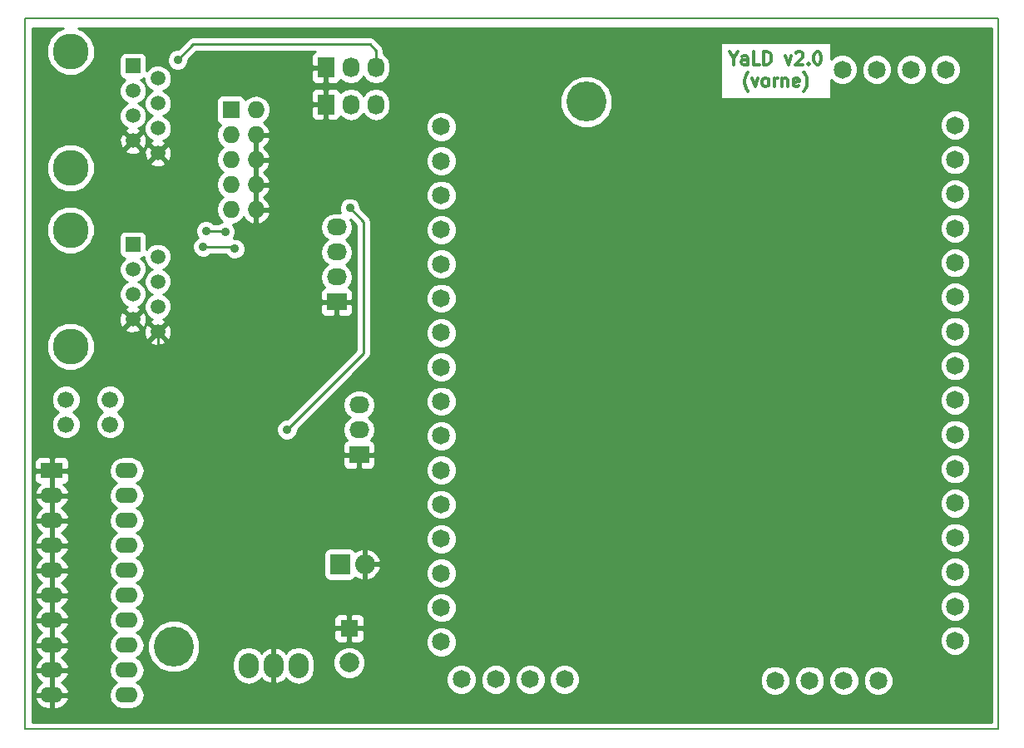
<source format=gtl>
G04 #@! TF.FileFunction,Copper,L1,Top,Signal*
%FSLAX46Y46*%
G04 Gerber Fmt 4.6, Leading zero omitted, Abs format (unit mm)*
G04 Created by KiCad (PCBNEW 4.1.0-alpha+201608211231+7083~46~ubuntu14.04.1-product) date Fri Aug 26 11:20:39 2016*
%MOMM*%
%LPD*%
G01*
G04 APERTURE LIST*
%ADD10C,0.150000*%
%ADD11C,0.300000*%
%ADD12C,0.200000*%
%ADD13C,3.649980*%
%ADD14R,1.501140X1.501140*%
%ADD15C,1.501140*%
%ADD16R,2.032000X1.727200*%
%ADD17O,2.032000X1.727200*%
%ADD18C,4.064000*%
%ADD19C,1.676400*%
%ADD20R,1.727200X2.032000*%
%ADD21O,1.727200X2.032000*%
%ADD22R,2.286000X1.574800*%
%ADD23O,2.286000X1.574800*%
%ADD24O,2.032000X2.540000*%
%ADD25R,1.727200X1.727200*%
%ADD26O,1.727200X1.727200*%
%ADD27R,2.032000X2.032000*%
%ADD28O,2.032000X2.032000*%
%ADD29C,1.824000*%
%ADD30R,1.800000X1.800000*%
%ADD31C,2.000000*%
%ADD32C,0.889000*%
%ADD33C,0.254000*%
G04 APERTURE END LIST*
D10*
D11*
X97487619Y-28184047D02*
X97487619Y-28803095D01*
X97054285Y-27503095D02*
X97487619Y-28184047D01*
X97920952Y-27503095D01*
X98911428Y-28803095D02*
X98911428Y-28122142D01*
X98849523Y-27998333D01*
X98725714Y-27936428D01*
X98478095Y-27936428D01*
X98354285Y-27998333D01*
X98911428Y-28741190D02*
X98787619Y-28803095D01*
X98478095Y-28803095D01*
X98354285Y-28741190D01*
X98292380Y-28617380D01*
X98292380Y-28493571D01*
X98354285Y-28369761D01*
X98478095Y-28307857D01*
X98787619Y-28307857D01*
X98911428Y-28245952D01*
X100149523Y-28803095D02*
X99530476Y-28803095D01*
X99530476Y-27503095D01*
X100582857Y-28803095D02*
X100582857Y-27503095D01*
X100892380Y-27503095D01*
X101078095Y-27565000D01*
X101201904Y-27688809D01*
X101263809Y-27812619D01*
X101325714Y-28060238D01*
X101325714Y-28245952D01*
X101263809Y-28493571D01*
X101201904Y-28617380D01*
X101078095Y-28741190D01*
X100892380Y-28803095D01*
X100582857Y-28803095D01*
X102749523Y-27936428D02*
X103059047Y-28803095D01*
X103368571Y-27936428D01*
X103801904Y-27626904D02*
X103863809Y-27565000D01*
X103987619Y-27503095D01*
X104297142Y-27503095D01*
X104420952Y-27565000D01*
X104482857Y-27626904D01*
X104544761Y-27750714D01*
X104544761Y-27874523D01*
X104482857Y-28060238D01*
X103740000Y-28803095D01*
X104544761Y-28803095D01*
X105101904Y-28679285D02*
X105163809Y-28741190D01*
X105101904Y-28803095D01*
X105040000Y-28741190D01*
X105101904Y-28679285D01*
X105101904Y-28803095D01*
X105968571Y-27503095D02*
X106092380Y-27503095D01*
X106216190Y-27565000D01*
X106278095Y-27626904D01*
X106340000Y-27750714D01*
X106401904Y-27998333D01*
X106401904Y-28307857D01*
X106340000Y-28555476D01*
X106278095Y-28679285D01*
X106216190Y-28741190D01*
X106092380Y-28803095D01*
X105968571Y-28803095D01*
X105844761Y-28741190D01*
X105782857Y-28679285D01*
X105720952Y-28555476D01*
X105659047Y-28307857D01*
X105659047Y-27998333D01*
X105720952Y-27750714D01*
X105782857Y-27626904D01*
X105844761Y-27565000D01*
X105968571Y-27503095D01*
X98973333Y-31548333D02*
X98911428Y-31486428D01*
X98787619Y-31300714D01*
X98725714Y-31176904D01*
X98663809Y-30991190D01*
X98601904Y-30681666D01*
X98601904Y-30434047D01*
X98663809Y-30124523D01*
X98725714Y-29938809D01*
X98787619Y-29815000D01*
X98911428Y-29629285D01*
X98973333Y-29567380D01*
X99344761Y-30186428D02*
X99654285Y-31053095D01*
X99963809Y-30186428D01*
X100644761Y-31053095D02*
X100520952Y-30991190D01*
X100459047Y-30929285D01*
X100397142Y-30805476D01*
X100397142Y-30434047D01*
X100459047Y-30310238D01*
X100520952Y-30248333D01*
X100644761Y-30186428D01*
X100830476Y-30186428D01*
X100954285Y-30248333D01*
X101016190Y-30310238D01*
X101078095Y-30434047D01*
X101078095Y-30805476D01*
X101016190Y-30929285D01*
X100954285Y-30991190D01*
X100830476Y-31053095D01*
X100644761Y-31053095D01*
X101635238Y-31053095D02*
X101635238Y-30186428D01*
X101635238Y-30434047D02*
X101697142Y-30310238D01*
X101759047Y-30248333D01*
X101882857Y-30186428D01*
X102006666Y-30186428D01*
X102440000Y-30186428D02*
X102440000Y-31053095D01*
X102440000Y-30310238D02*
X102501904Y-30248333D01*
X102625714Y-30186428D01*
X102811428Y-30186428D01*
X102935238Y-30248333D01*
X102997142Y-30372142D01*
X102997142Y-31053095D01*
X104111428Y-30991190D02*
X103987619Y-31053095D01*
X103740000Y-31053095D01*
X103616190Y-30991190D01*
X103554285Y-30867380D01*
X103554285Y-30372142D01*
X103616190Y-30248333D01*
X103740000Y-30186428D01*
X103987619Y-30186428D01*
X104111428Y-30248333D01*
X104173333Y-30372142D01*
X104173333Y-30495952D01*
X103554285Y-30619761D01*
X104606666Y-31548333D02*
X104668571Y-31486428D01*
X104792380Y-31300714D01*
X104854285Y-31176904D01*
X104916190Y-30991190D01*
X104978095Y-30681666D01*
X104978095Y-30434047D01*
X104916190Y-30124523D01*
X104854285Y-29938809D01*
X104792380Y-29815000D01*
X104668571Y-29629285D01*
X104606666Y-29567380D01*
D12*
X124460000Y-24130000D02*
X25400000Y-24130000D01*
X124460000Y-96520000D02*
X124460000Y-24130000D01*
X25400000Y-96520000D02*
X124460000Y-96520000D01*
X25400000Y-24130000D02*
X25400000Y-96520000D01*
D13*
X29982500Y-57525920D03*
X29982500Y-45656500D03*
D14*
X36332500Y-47142400D03*
D15*
X38872500Y-48412400D03*
X36332500Y-49682400D03*
X38872500Y-50952400D03*
X36332500Y-52222400D03*
X38872500Y-53492400D03*
X36332500Y-54762400D03*
X38872500Y-56032400D03*
D16*
X57075000Y-53000000D03*
D17*
X57075000Y-50460000D03*
X57075000Y-47920000D03*
X57075000Y-45380000D03*
D18*
X40500000Y-88100000D03*
X82500000Y-32600000D03*
D19*
X29521900Y-62931100D03*
X29521900Y-65471100D03*
X34021900Y-62931100D03*
X34021900Y-65471100D03*
D16*
X59360000Y-68550000D03*
D17*
X59360000Y-66010000D03*
X59360000Y-63470000D03*
D20*
X55990000Y-29130000D03*
D21*
X58530000Y-29130000D03*
X61070000Y-29130000D03*
D20*
X55990000Y-32880000D03*
D21*
X58530000Y-32880000D03*
X61070000Y-32880000D03*
D22*
X28090000Y-70170000D03*
D23*
X28090000Y-72710000D03*
X28090000Y-75250000D03*
X28090000Y-77790000D03*
X28090000Y-80330000D03*
X28090000Y-82870000D03*
X28090000Y-85410000D03*
X28090000Y-87950000D03*
X28090000Y-90490000D03*
X28090000Y-93030000D03*
X35710000Y-93030000D03*
X35710000Y-90490000D03*
X35710000Y-87950000D03*
X35710000Y-85410000D03*
X35710000Y-82870000D03*
X35710000Y-80330000D03*
X35710000Y-77790000D03*
X35710000Y-75250000D03*
X35710000Y-72710000D03*
X35710000Y-70170000D03*
D24*
X50670000Y-90030000D03*
X48130000Y-90030000D03*
X53210000Y-90030000D03*
D13*
X30000000Y-39338520D03*
X30000000Y-27469100D03*
D14*
X36350000Y-28955000D03*
D15*
X38890000Y-30225000D03*
X36350000Y-31495000D03*
X38890000Y-32765000D03*
X36350000Y-34035000D03*
X38890000Y-35305000D03*
X36350000Y-36575000D03*
X38890000Y-37845000D03*
D25*
X46320000Y-33440000D03*
D26*
X48860000Y-33440000D03*
X46320000Y-35980000D03*
X48860000Y-35980000D03*
X46320000Y-38520000D03*
X48860000Y-38520000D03*
X46320000Y-41060000D03*
X48860000Y-41060000D03*
X46320000Y-43600000D03*
X48860000Y-43600000D03*
D27*
X57410000Y-79720000D03*
D28*
X59950000Y-79720000D03*
D29*
X67714000Y-87627000D03*
X67714000Y-84127000D03*
X67714000Y-80627000D03*
X67714000Y-77127000D03*
X67717000Y-45627000D03*
X67717000Y-42127000D03*
X67717000Y-38627000D03*
X67717000Y-35127000D03*
X67714000Y-59627000D03*
X67714000Y-56127000D03*
X67714000Y-52627000D03*
X67714000Y-49127000D03*
X67714000Y-73627000D03*
X67714000Y-70127000D03*
X67714000Y-66627000D03*
X67714000Y-63127000D03*
X101712000Y-91567000D03*
X105212000Y-91567000D03*
X108712000Y-91567000D03*
X112212000Y-91567000D03*
X120016000Y-49000000D03*
X120016000Y-52500000D03*
X120016000Y-56000000D03*
X120016000Y-59500000D03*
X120016000Y-35000000D03*
X120016000Y-38500000D03*
X120016000Y-42000000D03*
X120016000Y-45500000D03*
X108555100Y-29324300D03*
X112055100Y-29324300D03*
X115555100Y-29324300D03*
X119055100Y-29324300D03*
X120016000Y-77000000D03*
X120016000Y-80500000D03*
X120016000Y-84000000D03*
X120016000Y-87500000D03*
X120016000Y-63000000D03*
X120016000Y-66500000D03*
X120016000Y-70000000D03*
X120016000Y-73500000D03*
X80279000Y-91440000D03*
X76779000Y-91440000D03*
X73279000Y-91440000D03*
X69779000Y-91440000D03*
D30*
X58343800Y-86238200D03*
D31*
X58343800Y-89738200D03*
D32*
X42631700Y-31572200D03*
X44536700Y-29730700D03*
X47495800Y-29781500D03*
X51013700Y-29730700D03*
X27848900Y-30556200D03*
X32116100Y-30632400D03*
X32116100Y-33566100D03*
X28115600Y-33413700D03*
X28115600Y-36118800D03*
X32230400Y-36042600D03*
X32801900Y-42595800D03*
X28572800Y-52654200D03*
X28649000Y-49568100D03*
X32763800Y-49453800D03*
X32725700Y-51968400D03*
X32954300Y-54902100D03*
X35888000Y-40805100D03*
X36078500Y-43091100D03*
X36307100Y-44881800D03*
X38783600Y-45186600D03*
X38707400Y-43319700D03*
X38745500Y-41071800D03*
X38897900Y-58445400D03*
X35430800Y-58331100D03*
X35468900Y-56578500D03*
X65796500Y-90538300D03*
X63383500Y-90551000D03*
X61262600Y-90589100D03*
X61262600Y-88328500D03*
X63358100Y-88341200D03*
X63370800Y-86436200D03*
X61326100Y-86436200D03*
X96901000Y-44450000D03*
X96901000Y-41402000D03*
X96901000Y-37592000D03*
X96774000Y-33401000D03*
X111506000Y-34036000D03*
X111633000Y-40513000D03*
X111760000Y-47117000D03*
X111633000Y-53467000D03*
X98806000Y-61722000D03*
X111633000Y-61722000D03*
X111760000Y-68961000D03*
X111760000Y-75311000D03*
X111760000Y-81788000D03*
X109093000Y-88900000D03*
X76835000Y-42291000D03*
X76962000Y-81788000D03*
X76835000Y-75184000D03*
X76835000Y-68961000D03*
X90424000Y-61976000D03*
X76708000Y-61722000D03*
X76835000Y-54991000D03*
X76835000Y-48514000D03*
X76454000Y-32004000D03*
X73406000Y-32004000D03*
X74422000Y-34544000D03*
X78105000Y-34544000D03*
X91313000Y-82931000D03*
X96012000Y-82804000D03*
X95885000Y-78867000D03*
X91440000Y-78867000D03*
X62040000Y-79330000D03*
X51280000Y-43560000D03*
X52950000Y-30980000D03*
X30660000Y-93090000D03*
X30650000Y-70090000D03*
X47980000Y-67250000D03*
X39540000Y-75240000D03*
X37570000Y-39360000D03*
X36340000Y-38530000D03*
X47670000Y-94320000D03*
X48690000Y-74350000D03*
X60900000Y-61610000D03*
X57200000Y-70980000D03*
X50840000Y-78460000D03*
X51080000Y-35920000D03*
X51210000Y-38530000D03*
X51130000Y-40970000D03*
X30580000Y-72720000D03*
X30530000Y-75230000D03*
X30510000Y-77750000D03*
X30530000Y-80370000D03*
X30430000Y-82850000D03*
X30430000Y-85390000D03*
X30430000Y-87880000D03*
X30530000Y-90500000D03*
X44650000Y-74300000D03*
X51050000Y-56645000D03*
X51840000Y-49555000D03*
X52025000Y-66000000D03*
X58425000Y-43425000D03*
X46675000Y-47575000D03*
X43490000Y-47370000D03*
X43780000Y-45760000D03*
X45730000Y-45850000D03*
X40900000Y-28350000D03*
D33*
X52950000Y-30980000D02*
X52263000Y-30980000D01*
X47445000Y-29730700D02*
X44536700Y-29730700D01*
X47495800Y-29781500D02*
X47445000Y-29730700D01*
X52263000Y-30980000D02*
X51013700Y-29730700D01*
X35468900Y-56578500D02*
X34630700Y-56578500D01*
X27848900Y-30556200D02*
X27848900Y-30594300D01*
X32192300Y-33489900D02*
X32116100Y-30632400D01*
X32116100Y-33566100D02*
X32192300Y-33489900D01*
X28115600Y-36118800D02*
X28115600Y-33413700D01*
X32916200Y-42481500D02*
X32230400Y-36042600D01*
X32801900Y-42595800D02*
X32916200Y-42481500D01*
X28572800Y-49644300D02*
X28572800Y-52654200D01*
X28649000Y-49568100D02*
X28572800Y-49644300D01*
X32763800Y-51930300D02*
X32763800Y-49453800D01*
X32725700Y-51968400D02*
X32763800Y-51930300D01*
X34630700Y-56578500D02*
X32954300Y-54902100D01*
X37570000Y-39360000D02*
X37570000Y-39896300D01*
X36078500Y-44653200D02*
X36078500Y-43091100D01*
X36307100Y-44881800D02*
X36078500Y-44653200D01*
X38783600Y-43395900D02*
X38783600Y-45186600D01*
X38707400Y-43319700D02*
X38783600Y-43395900D01*
X37570000Y-39896300D02*
X38745500Y-41071800D01*
X38872500Y-58420000D02*
X38872500Y-56032400D01*
X38897900Y-58445400D02*
X38872500Y-58420000D01*
X35430800Y-56616600D02*
X35430800Y-58331100D01*
X35468900Y-56578500D02*
X35430800Y-56616600D01*
X65783800Y-90551000D02*
X65745700Y-90551000D01*
X65796500Y-90538300D02*
X65783800Y-90551000D01*
X61300700Y-90551000D02*
X63383500Y-90551000D01*
X61262600Y-90589100D02*
X61300700Y-90551000D01*
X63345400Y-88328500D02*
X61262600Y-88328500D01*
X63358100Y-88341200D02*
X63345400Y-88328500D01*
X61326100Y-86436200D02*
X63370800Y-86436200D01*
X96901000Y-41402000D02*
X96901000Y-44450000D01*
X96901000Y-33528000D02*
X96901000Y-37592000D01*
X96774000Y-33401000D02*
X96901000Y-33528000D01*
X111506000Y-40386000D02*
X111506000Y-34036000D01*
X111633000Y-40513000D02*
X111506000Y-40386000D01*
X111760000Y-53340000D02*
X111760000Y-47117000D01*
X111633000Y-53467000D02*
X111760000Y-53340000D01*
X111633000Y-61722000D02*
X98806000Y-61722000D01*
X111760000Y-75311000D02*
X111760000Y-68961000D01*
X111760000Y-87503000D02*
X111760000Y-81788000D01*
X110490000Y-88773000D02*
X111760000Y-87503000D01*
X109220000Y-88773000D02*
X110490000Y-88773000D01*
X109093000Y-88900000D02*
X109220000Y-88773000D01*
X76835000Y-42291000D02*
X76835000Y-48514000D01*
X76962000Y-75311000D02*
X76962000Y-81788000D01*
X76835000Y-75184000D02*
X76962000Y-75311000D01*
X76835000Y-62357000D02*
X76835000Y-68961000D01*
X77089000Y-62103000D02*
X76835000Y-62357000D01*
X90297000Y-62103000D02*
X77089000Y-62103000D01*
X90424000Y-61976000D02*
X90297000Y-62103000D01*
X76708000Y-55118000D02*
X76708000Y-61722000D01*
X76835000Y-54991000D02*
X76708000Y-55118000D01*
X73406000Y-32004000D02*
X76454000Y-32004000D01*
X78105000Y-34544000D02*
X74422000Y-34544000D01*
X95885000Y-82931000D02*
X91313000Y-82931000D01*
X96012000Y-82804000D02*
X95885000Y-82931000D01*
X91440000Y-78867000D02*
X95885000Y-78867000D01*
X62040000Y-79330000D02*
X62040000Y-79310000D01*
X62040000Y-79310000D02*
X62040000Y-79330000D01*
X51280000Y-43560000D02*
X51280000Y-43570000D01*
X51280000Y-43570000D02*
X51260000Y-43590000D01*
X52950000Y-30950000D02*
X52960000Y-30940000D01*
X52950000Y-30980000D02*
X52950000Y-30950000D01*
X30650000Y-70090000D02*
X30650000Y-70070000D01*
X30650000Y-70070000D02*
X30670000Y-70070000D01*
X47980000Y-67230000D02*
X47960000Y-67210000D01*
X47980000Y-67250000D02*
X47980000Y-67230000D01*
X39540000Y-75240000D02*
X39550000Y-75240000D01*
X37570000Y-39310000D02*
X37550000Y-39290000D01*
X37570000Y-39360000D02*
X37570000Y-39310000D01*
X48700000Y-74350000D02*
X48730000Y-74380000D01*
X48690000Y-74350000D02*
X48700000Y-74350000D01*
X60900000Y-61610000D02*
X60900000Y-61620000D01*
X60900000Y-61620000D02*
X60910000Y-61630000D01*
X57200000Y-70980000D02*
X57180000Y-70960000D01*
X50840000Y-78460000D02*
X50850000Y-78460000D01*
X51200000Y-38520000D02*
X51210000Y-38530000D01*
X48860000Y-38520000D02*
X51200000Y-38520000D01*
X30570000Y-72710000D02*
X30580000Y-72720000D01*
X28090000Y-72710000D02*
X30570000Y-72710000D01*
X51050000Y-56645000D02*
X51290000Y-56405000D01*
X51290000Y-56405000D02*
X51290000Y-50105000D01*
X51290000Y-50105000D02*
X51840000Y-49555000D01*
X59825000Y-58200000D02*
X52025000Y-66000000D01*
X59825000Y-44825000D02*
X59825000Y-58200000D01*
X58425000Y-43425000D02*
X59825000Y-44825000D01*
X46445000Y-47345000D02*
X46675000Y-47575000D01*
X46435000Y-47345000D02*
X46445000Y-47345000D01*
X43490000Y-47370000D02*
X46435000Y-47345000D01*
X45730000Y-45850000D02*
X45640000Y-45760000D01*
X43780000Y-45760000D02*
X45640000Y-45760000D01*
X61070000Y-29130000D02*
X61070000Y-27360000D01*
X42490000Y-26760000D02*
X40900000Y-28350000D01*
X60470000Y-26760000D02*
X42490000Y-26760000D01*
X61070000Y-27360000D02*
X60470000Y-26760000D01*
G36*
X28608348Y-25382406D02*
X27915738Y-26073808D01*
X27540438Y-26977631D01*
X27539584Y-27956275D01*
X27913306Y-28860752D01*
X28604708Y-29553362D01*
X29508531Y-29928662D01*
X30487175Y-29929516D01*
X31391652Y-29555794D01*
X32084262Y-28864392D01*
X32358302Y-28204430D01*
X34951990Y-28204430D01*
X34951990Y-29705570D01*
X35001273Y-29953335D01*
X35141621Y-30163379D01*
X35351665Y-30303727D01*
X35543855Y-30341955D01*
X35176056Y-30709113D01*
X34964671Y-31218184D01*
X34964190Y-31769398D01*
X35174686Y-32278837D01*
X35564113Y-32668944D01*
X35795381Y-32764975D01*
X35566163Y-32859686D01*
X35176056Y-33249113D01*
X34964671Y-33758184D01*
X34964190Y-34309398D01*
X35174686Y-34818837D01*
X35564113Y-35208944D01*
X35779496Y-35298379D01*
X35625735Y-35362069D01*
X35557675Y-35603070D01*
X36350000Y-36395395D01*
X37142325Y-35603070D01*
X37074265Y-35362069D01*
X36908960Y-35303231D01*
X37133837Y-35210314D01*
X37523944Y-34820887D01*
X37735329Y-34311816D01*
X37735810Y-33760602D01*
X37525314Y-33251163D01*
X37135887Y-32861056D01*
X36904619Y-32765025D01*
X37133837Y-32670314D01*
X37523944Y-32280887D01*
X37735329Y-31771816D01*
X37735810Y-31220602D01*
X37525314Y-30711163D01*
X37156650Y-30341855D01*
X37348335Y-30303727D01*
X37504452Y-30199412D01*
X37504190Y-30499398D01*
X37714686Y-31008837D01*
X38104113Y-31398944D01*
X38335381Y-31494975D01*
X38106163Y-31589686D01*
X37716056Y-31979113D01*
X37504671Y-32488184D01*
X37504190Y-33039398D01*
X37714686Y-33548837D01*
X38104113Y-33938944D01*
X38335381Y-34034975D01*
X38106163Y-34129686D01*
X37716056Y-34519113D01*
X37504671Y-35028184D01*
X37504190Y-35579398D01*
X37714686Y-36088837D01*
X38104113Y-36478944D01*
X38319496Y-36568379D01*
X38165735Y-36632069D01*
X38097675Y-36873070D01*
X38890000Y-37665395D01*
X39682325Y-36873070D01*
X39614265Y-36632069D01*
X39448960Y-36573231D01*
X39673837Y-36480314D01*
X40063944Y-36090887D01*
X40275329Y-35581816D01*
X40275810Y-35030602D01*
X40065314Y-34521163D01*
X39675887Y-34131056D01*
X39444619Y-34035025D01*
X39673837Y-33940314D01*
X40063944Y-33550887D01*
X40275329Y-33041816D01*
X40275810Y-32490602D01*
X40065314Y-31981163D01*
X39822266Y-31737690D01*
X54491400Y-31737690D01*
X54491400Y-32594250D01*
X54650150Y-32753000D01*
X55863000Y-32753000D01*
X55863000Y-31387750D01*
X56117000Y-31387750D01*
X56117000Y-32753000D01*
X56137000Y-32753000D01*
X56137000Y-33007000D01*
X56117000Y-33007000D01*
X56117000Y-34372250D01*
X56275750Y-34531000D01*
X56979909Y-34531000D01*
X57213298Y-34434327D01*
X57391927Y-34255699D01*
X57455500Y-34102220D01*
X57470330Y-34124415D01*
X57956511Y-34449271D01*
X58530000Y-34563345D01*
X59103489Y-34449271D01*
X59589670Y-34124415D01*
X59800000Y-33809634D01*
X60010330Y-34124415D01*
X60496511Y-34449271D01*
X61070000Y-34563345D01*
X61643489Y-34449271D01*
X62129670Y-34124415D01*
X62454526Y-33638234D01*
X62555983Y-33128172D01*
X79832538Y-33128172D01*
X80237709Y-34108761D01*
X80987293Y-34859655D01*
X81967173Y-35266536D01*
X83028172Y-35267462D01*
X84008761Y-34862291D01*
X84759655Y-34112707D01*
X85166536Y-33132827D01*
X85167462Y-32071828D01*
X84762291Y-31091239D01*
X84012707Y-30340345D01*
X83032827Y-29933464D01*
X81971828Y-29932538D01*
X80991239Y-30337709D01*
X80240345Y-31087293D01*
X79833464Y-32067173D01*
X79832538Y-33128172D01*
X62555983Y-33128172D01*
X62568600Y-33064745D01*
X62568600Y-32695255D01*
X62454526Y-32121766D01*
X62129670Y-31635585D01*
X61643489Y-31310729D01*
X61070000Y-31196655D01*
X60496511Y-31310729D01*
X60010330Y-31635585D01*
X59800000Y-31950366D01*
X59589670Y-31635585D01*
X59103489Y-31310729D01*
X58530000Y-31196655D01*
X57956511Y-31310729D01*
X57470330Y-31635585D01*
X57455500Y-31657780D01*
X57391927Y-31504301D01*
X57213298Y-31325673D01*
X56979909Y-31229000D01*
X56275750Y-31229000D01*
X56117000Y-31387750D01*
X55863000Y-31387750D01*
X55704250Y-31229000D01*
X55000091Y-31229000D01*
X54766702Y-31325673D01*
X54588073Y-31504301D01*
X54491400Y-31737690D01*
X39822266Y-31737690D01*
X39675887Y-31591056D01*
X39444619Y-31495025D01*
X39673837Y-31400314D01*
X40063944Y-31010887D01*
X40275329Y-30501816D01*
X40275810Y-29950602D01*
X40065314Y-29441163D01*
X39675887Y-29051056D01*
X39166816Y-28839671D01*
X38615602Y-28839190D01*
X38106163Y-29049686D01*
X37748010Y-29407215D01*
X37748010Y-28563784D01*
X39820313Y-28563784D01*
X39984311Y-28960689D01*
X40287714Y-29264622D01*
X40684332Y-29429313D01*
X41113784Y-29429687D01*
X41147514Y-29415750D01*
X54491400Y-29415750D01*
X54491400Y-30272310D01*
X54588073Y-30505699D01*
X54766702Y-30684327D01*
X55000091Y-30781000D01*
X55704250Y-30781000D01*
X55863000Y-30622250D01*
X55863000Y-29257000D01*
X54650150Y-29257000D01*
X54491400Y-29415750D01*
X41147514Y-29415750D01*
X41510689Y-29265689D01*
X41814622Y-28962286D01*
X41979313Y-28565668D01*
X41979502Y-28348128D01*
X42805631Y-27522000D01*
X54896280Y-27522000D01*
X54766702Y-27575673D01*
X54588073Y-27754301D01*
X54491400Y-27987690D01*
X54491400Y-28844250D01*
X54650150Y-29003000D01*
X55863000Y-29003000D01*
X55863000Y-28983000D01*
X56117000Y-28983000D01*
X56117000Y-29003000D01*
X56137000Y-29003000D01*
X56137000Y-29257000D01*
X56117000Y-29257000D01*
X56117000Y-30622250D01*
X56275750Y-30781000D01*
X56979909Y-30781000D01*
X57213298Y-30684327D01*
X57391927Y-30505699D01*
X57455500Y-30352220D01*
X57470330Y-30374415D01*
X57956511Y-30699271D01*
X58530000Y-30813345D01*
X59103489Y-30699271D01*
X59589670Y-30374415D01*
X59800000Y-30059634D01*
X60010330Y-30374415D01*
X60496511Y-30699271D01*
X61070000Y-30813345D01*
X61643489Y-30699271D01*
X62129670Y-30374415D01*
X62454526Y-29888234D01*
X62568600Y-29314745D01*
X62568600Y-28945255D01*
X62454526Y-28371766D01*
X62129670Y-27885585D01*
X61832000Y-27686688D01*
X61832000Y-27360000D01*
X61773996Y-27068395D01*
X61608815Y-26821185D01*
X61356630Y-26569000D01*
X96145476Y-26569000D01*
X96145476Y-32339000D01*
X107434524Y-32339000D01*
X107434524Y-30391468D01*
X107677650Y-30635018D01*
X108246033Y-30871031D01*
X108861467Y-30871568D01*
X109430261Y-30636548D01*
X109865818Y-30201750D01*
X110101831Y-29633367D01*
X110101833Y-29630667D01*
X110507832Y-29630667D01*
X110742852Y-30199461D01*
X111177650Y-30635018D01*
X111746033Y-30871031D01*
X112361467Y-30871568D01*
X112930261Y-30636548D01*
X113365818Y-30201750D01*
X113601831Y-29633367D01*
X113601833Y-29630667D01*
X114007832Y-29630667D01*
X114242852Y-30199461D01*
X114677650Y-30635018D01*
X115246033Y-30871031D01*
X115861467Y-30871568D01*
X116430261Y-30636548D01*
X116865818Y-30201750D01*
X117101831Y-29633367D01*
X117101833Y-29630667D01*
X117507832Y-29630667D01*
X117742852Y-30199461D01*
X118177650Y-30635018D01*
X118746033Y-30871031D01*
X119361467Y-30871568D01*
X119930261Y-30636548D01*
X120365818Y-30201750D01*
X120601831Y-29633367D01*
X120602368Y-29017933D01*
X120367348Y-28449139D01*
X119932550Y-28013582D01*
X119364167Y-27777569D01*
X118748733Y-27777032D01*
X118179939Y-28012052D01*
X117744382Y-28446850D01*
X117508369Y-29015233D01*
X117507832Y-29630667D01*
X117101833Y-29630667D01*
X117102368Y-29017933D01*
X116867348Y-28449139D01*
X116432550Y-28013582D01*
X115864167Y-27777569D01*
X115248733Y-27777032D01*
X114679939Y-28012052D01*
X114244382Y-28446850D01*
X114008369Y-29015233D01*
X114007832Y-29630667D01*
X113601833Y-29630667D01*
X113602368Y-29017933D01*
X113367348Y-28449139D01*
X112932550Y-28013582D01*
X112364167Y-27777569D01*
X111748733Y-27777032D01*
X111179939Y-28012052D01*
X110744382Y-28446850D01*
X110508369Y-29015233D01*
X110507832Y-29630667D01*
X110101833Y-29630667D01*
X110102368Y-29017933D01*
X109867348Y-28449139D01*
X109432550Y-28013582D01*
X108864167Y-27777569D01*
X108248733Y-27777032D01*
X107679939Y-28012052D01*
X107434524Y-28257039D01*
X107434524Y-26569000D01*
X96145476Y-26569000D01*
X61356630Y-26569000D01*
X61008814Y-26221184D01*
X60761605Y-26056004D01*
X60470000Y-25998000D01*
X42490000Y-25998000D01*
X42198396Y-26056003D01*
X41951185Y-26221184D01*
X40901869Y-27270501D01*
X40686216Y-27270313D01*
X40289311Y-27434311D01*
X39985378Y-27737714D01*
X39820687Y-28134332D01*
X39820313Y-28563784D01*
X37748010Y-28563784D01*
X37748010Y-28204430D01*
X37698727Y-27956665D01*
X37558379Y-27746621D01*
X37348335Y-27606273D01*
X37100570Y-27556990D01*
X35599430Y-27556990D01*
X35351665Y-27606273D01*
X35141621Y-27746621D01*
X35001273Y-27956665D01*
X34951990Y-28204430D01*
X32358302Y-28204430D01*
X32459562Y-27960569D01*
X32460416Y-26981925D01*
X32086694Y-26077448D01*
X31395292Y-25384838D01*
X30774349Y-25127000D01*
X123725000Y-25127000D01*
X123725000Y-95785000D01*
X26135000Y-95785000D01*
X26135000Y-93377060D01*
X26354990Y-93377060D01*
X26371673Y-93456996D01*
X26638809Y-93945986D01*
X27072738Y-94295525D01*
X27607400Y-94452400D01*
X27963000Y-94452400D01*
X27963000Y-93157000D01*
X28217000Y-93157000D01*
X28217000Y-94452400D01*
X28572600Y-94452400D01*
X29107262Y-94295525D01*
X29541191Y-93945986D01*
X29808327Y-93456996D01*
X29825010Y-93377060D01*
X29702852Y-93157000D01*
X28217000Y-93157000D01*
X27963000Y-93157000D01*
X26477148Y-93157000D01*
X26354990Y-93377060D01*
X26135000Y-93377060D01*
X26135000Y-90837060D01*
X26354990Y-90837060D01*
X26371673Y-90916996D01*
X26638809Y-91405986D01*
X27072738Y-91755525D01*
X27087990Y-91760000D01*
X27072738Y-91764475D01*
X26638809Y-92114014D01*
X26371673Y-92603004D01*
X26354990Y-92682940D01*
X26477148Y-92903000D01*
X27963000Y-92903000D01*
X27963000Y-90617000D01*
X28217000Y-90617000D01*
X28217000Y-92903000D01*
X29702852Y-92903000D01*
X29825010Y-92682940D01*
X29808327Y-92603004D01*
X29541191Y-92114014D01*
X29107262Y-91764475D01*
X29092010Y-91760000D01*
X29107262Y-91755525D01*
X29541191Y-91405986D01*
X29808327Y-90916996D01*
X29825010Y-90837060D01*
X29702852Y-90617000D01*
X28217000Y-90617000D01*
X27963000Y-90617000D01*
X26477148Y-90617000D01*
X26354990Y-90837060D01*
X26135000Y-90837060D01*
X26135000Y-88297060D01*
X26354990Y-88297060D01*
X26371673Y-88376996D01*
X26638809Y-88865986D01*
X27072738Y-89215525D01*
X27087990Y-89220000D01*
X27072738Y-89224475D01*
X26638809Y-89574014D01*
X26371673Y-90063004D01*
X26354990Y-90142940D01*
X26477148Y-90363000D01*
X27963000Y-90363000D01*
X27963000Y-88077000D01*
X28217000Y-88077000D01*
X28217000Y-90363000D01*
X29702852Y-90363000D01*
X29825010Y-90142940D01*
X29808327Y-90063004D01*
X29541191Y-89574014D01*
X29107262Y-89224475D01*
X29092010Y-89220000D01*
X29107262Y-89215525D01*
X29541191Y-88865986D01*
X29808327Y-88376996D01*
X29825010Y-88297060D01*
X29702852Y-88077000D01*
X28217000Y-88077000D01*
X27963000Y-88077000D01*
X26477148Y-88077000D01*
X26354990Y-88297060D01*
X26135000Y-88297060D01*
X26135000Y-85757060D01*
X26354990Y-85757060D01*
X26371673Y-85836996D01*
X26638809Y-86325986D01*
X27072738Y-86675525D01*
X27087990Y-86680000D01*
X27072738Y-86684475D01*
X26638809Y-87034014D01*
X26371673Y-87523004D01*
X26354990Y-87602940D01*
X26477148Y-87823000D01*
X27963000Y-87823000D01*
X27963000Y-85537000D01*
X28217000Y-85537000D01*
X28217000Y-87823000D01*
X29702852Y-87823000D01*
X29825010Y-87602940D01*
X29808327Y-87523004D01*
X29541191Y-87034014D01*
X29107262Y-86684475D01*
X29092010Y-86680000D01*
X29107262Y-86675525D01*
X29541191Y-86325986D01*
X29808327Y-85836996D01*
X29825010Y-85757060D01*
X29702852Y-85537000D01*
X28217000Y-85537000D01*
X27963000Y-85537000D01*
X26477148Y-85537000D01*
X26354990Y-85757060D01*
X26135000Y-85757060D01*
X26135000Y-83217060D01*
X26354990Y-83217060D01*
X26371673Y-83296996D01*
X26638809Y-83785986D01*
X27072738Y-84135525D01*
X27087990Y-84140000D01*
X27072738Y-84144475D01*
X26638809Y-84494014D01*
X26371673Y-84983004D01*
X26354990Y-85062940D01*
X26477148Y-85283000D01*
X27963000Y-85283000D01*
X27963000Y-82997000D01*
X28217000Y-82997000D01*
X28217000Y-85283000D01*
X29702852Y-85283000D01*
X29825010Y-85062940D01*
X29808327Y-84983004D01*
X29541191Y-84494014D01*
X29107262Y-84144475D01*
X29092010Y-84140000D01*
X29107262Y-84135525D01*
X29541191Y-83785986D01*
X29808327Y-83296996D01*
X29825010Y-83217060D01*
X29702852Y-82997000D01*
X28217000Y-82997000D01*
X27963000Y-82997000D01*
X26477148Y-82997000D01*
X26354990Y-83217060D01*
X26135000Y-83217060D01*
X26135000Y-80677060D01*
X26354990Y-80677060D01*
X26371673Y-80756996D01*
X26638809Y-81245986D01*
X27072738Y-81595525D01*
X27087990Y-81600000D01*
X27072738Y-81604475D01*
X26638809Y-81954014D01*
X26371673Y-82443004D01*
X26354990Y-82522940D01*
X26477148Y-82743000D01*
X27963000Y-82743000D01*
X27963000Y-80457000D01*
X28217000Y-80457000D01*
X28217000Y-82743000D01*
X29702852Y-82743000D01*
X29825010Y-82522940D01*
X29808327Y-82443004D01*
X29541191Y-81954014D01*
X29107262Y-81604475D01*
X29092010Y-81600000D01*
X29107262Y-81595525D01*
X29541191Y-81245986D01*
X29808327Y-80756996D01*
X29825010Y-80677060D01*
X29702852Y-80457000D01*
X28217000Y-80457000D01*
X27963000Y-80457000D01*
X26477148Y-80457000D01*
X26354990Y-80677060D01*
X26135000Y-80677060D01*
X26135000Y-78137060D01*
X26354990Y-78137060D01*
X26371673Y-78216996D01*
X26638809Y-78705986D01*
X27072738Y-79055525D01*
X27087990Y-79060000D01*
X27072738Y-79064475D01*
X26638809Y-79414014D01*
X26371673Y-79903004D01*
X26354990Y-79982940D01*
X26477148Y-80203000D01*
X27963000Y-80203000D01*
X27963000Y-77917000D01*
X28217000Y-77917000D01*
X28217000Y-80203000D01*
X29702852Y-80203000D01*
X29825010Y-79982940D01*
X29808327Y-79903004D01*
X29541191Y-79414014D01*
X29107262Y-79064475D01*
X29092010Y-79060000D01*
X29107262Y-79055525D01*
X29541191Y-78705986D01*
X29808327Y-78216996D01*
X29825010Y-78137060D01*
X29702852Y-77917000D01*
X28217000Y-77917000D01*
X27963000Y-77917000D01*
X26477148Y-77917000D01*
X26354990Y-78137060D01*
X26135000Y-78137060D01*
X26135000Y-75597060D01*
X26354990Y-75597060D01*
X26371673Y-75676996D01*
X26638809Y-76165986D01*
X27072738Y-76515525D01*
X27087990Y-76520000D01*
X27072738Y-76524475D01*
X26638809Y-76874014D01*
X26371673Y-77363004D01*
X26354990Y-77442940D01*
X26477148Y-77663000D01*
X27963000Y-77663000D01*
X27963000Y-75377000D01*
X28217000Y-75377000D01*
X28217000Y-77663000D01*
X29702852Y-77663000D01*
X29825010Y-77442940D01*
X29808327Y-77363004D01*
X29541191Y-76874014D01*
X29107262Y-76524475D01*
X29092010Y-76520000D01*
X29107262Y-76515525D01*
X29541191Y-76165986D01*
X29808327Y-75676996D01*
X29825010Y-75597060D01*
X29702852Y-75377000D01*
X28217000Y-75377000D01*
X27963000Y-75377000D01*
X26477148Y-75377000D01*
X26354990Y-75597060D01*
X26135000Y-75597060D01*
X26135000Y-73057060D01*
X26354990Y-73057060D01*
X26371673Y-73136996D01*
X26638809Y-73625986D01*
X27072738Y-73975525D01*
X27087990Y-73980000D01*
X27072738Y-73984475D01*
X26638809Y-74334014D01*
X26371673Y-74823004D01*
X26354990Y-74902940D01*
X26477148Y-75123000D01*
X27963000Y-75123000D01*
X27963000Y-72837000D01*
X28217000Y-72837000D01*
X28217000Y-75123000D01*
X29702852Y-75123000D01*
X29825010Y-74902940D01*
X29808327Y-74823004D01*
X29541191Y-74334014D01*
X29107262Y-73984475D01*
X29092010Y-73980000D01*
X29107262Y-73975525D01*
X29541191Y-73625986D01*
X29808327Y-73136996D01*
X29825010Y-73057060D01*
X29702852Y-72837000D01*
X28217000Y-72837000D01*
X27963000Y-72837000D01*
X26477148Y-72837000D01*
X26354990Y-73057060D01*
X26135000Y-73057060D01*
X26135000Y-70455750D01*
X26312000Y-70455750D01*
X26312000Y-71083709D01*
X26408673Y-71317098D01*
X26587301Y-71495727D01*
X26820690Y-71592400D01*
X26889099Y-71592400D01*
X26638809Y-71794014D01*
X26371673Y-72283004D01*
X26354990Y-72362940D01*
X26477148Y-72583000D01*
X27963000Y-72583000D01*
X27963000Y-70297000D01*
X28217000Y-70297000D01*
X28217000Y-72583000D01*
X29702852Y-72583000D01*
X29825010Y-72362940D01*
X29808327Y-72283004D01*
X29541191Y-71794014D01*
X29290901Y-71592400D01*
X29359310Y-71592400D01*
X29592699Y-71495727D01*
X29771327Y-71317098D01*
X29868000Y-71083709D01*
X29868000Y-70455750D01*
X29709250Y-70297000D01*
X28217000Y-70297000D01*
X27963000Y-70297000D01*
X26470750Y-70297000D01*
X26312000Y-70455750D01*
X26135000Y-70455750D01*
X26135000Y-70170000D01*
X33897167Y-70170000D01*
X34005441Y-70714329D01*
X34313778Y-71175789D01*
X34709199Y-71440000D01*
X34313778Y-71704211D01*
X34005441Y-72165671D01*
X33897167Y-72710000D01*
X34005441Y-73254329D01*
X34313778Y-73715789D01*
X34709199Y-73980000D01*
X34313778Y-74244211D01*
X34005441Y-74705671D01*
X33897167Y-75250000D01*
X34005441Y-75794329D01*
X34313778Y-76255789D01*
X34709199Y-76520000D01*
X34313778Y-76784211D01*
X34005441Y-77245671D01*
X33897167Y-77790000D01*
X34005441Y-78334329D01*
X34313778Y-78795789D01*
X34709199Y-79060000D01*
X34313778Y-79324211D01*
X34005441Y-79785671D01*
X33897167Y-80330000D01*
X34005441Y-80874329D01*
X34313778Y-81335789D01*
X34709199Y-81600000D01*
X34313778Y-81864211D01*
X34005441Y-82325671D01*
X33897167Y-82870000D01*
X34005441Y-83414329D01*
X34313778Y-83875789D01*
X34709199Y-84140000D01*
X34313778Y-84404211D01*
X34005441Y-84865671D01*
X33897167Y-85410000D01*
X34005441Y-85954329D01*
X34313778Y-86415789D01*
X34709199Y-86680000D01*
X34313778Y-86944211D01*
X34005441Y-87405671D01*
X33897167Y-87950000D01*
X34005441Y-88494329D01*
X34313778Y-88955789D01*
X34709199Y-89220000D01*
X34313778Y-89484211D01*
X34005441Y-89945671D01*
X33897167Y-90490000D01*
X34005441Y-91034329D01*
X34313778Y-91495789D01*
X34709199Y-91760000D01*
X34313778Y-92024211D01*
X34005441Y-92485671D01*
X33897167Y-93030000D01*
X34005441Y-93574329D01*
X34313778Y-94035789D01*
X34775238Y-94344126D01*
X35319567Y-94452400D01*
X36100433Y-94452400D01*
X36644762Y-94344126D01*
X37106222Y-94035789D01*
X37414559Y-93574329D01*
X37522833Y-93030000D01*
X37414559Y-92485671D01*
X37106222Y-92024211D01*
X36710801Y-91760000D01*
X37106222Y-91495789D01*
X37414559Y-91034329D01*
X37522833Y-90490000D01*
X37414559Y-89945671D01*
X37106222Y-89484211D01*
X36710801Y-89220000D01*
X37106222Y-88955789D01*
X37325128Y-88628172D01*
X37832538Y-88628172D01*
X38237709Y-89608761D01*
X38987293Y-90359655D01*
X39967173Y-90766536D01*
X41028172Y-90767462D01*
X42008761Y-90362291D01*
X42633462Y-89738679D01*
X46479000Y-89738679D01*
X46479000Y-90321321D01*
X46604675Y-90953131D01*
X46962567Y-91488754D01*
X47498190Y-91846646D01*
X48130000Y-91972321D01*
X48761810Y-91846646D01*
X49297433Y-91488754D01*
X49414054Y-91314219D01*
X49592370Y-91541236D01*
X50155523Y-91857926D01*
X50287056Y-91889975D01*
X50543000Y-91770836D01*
X50543000Y-90157000D01*
X50523000Y-90157000D01*
X50523000Y-89903000D01*
X50543000Y-89903000D01*
X50543000Y-88289164D01*
X50797000Y-88289164D01*
X50797000Y-89903000D01*
X50817000Y-89903000D01*
X50817000Y-90157000D01*
X50797000Y-90157000D01*
X50797000Y-91770836D01*
X51052944Y-91889975D01*
X51184477Y-91857926D01*
X51747630Y-91541236D01*
X51925946Y-91314219D01*
X52042567Y-91488754D01*
X52578190Y-91846646D01*
X53210000Y-91972321D01*
X53841810Y-91846646D01*
X53991888Y-91746367D01*
X68231732Y-91746367D01*
X68466752Y-92315161D01*
X68901550Y-92750718D01*
X69469933Y-92986731D01*
X70085367Y-92987268D01*
X70654161Y-92752248D01*
X71089718Y-92317450D01*
X71325731Y-91749067D01*
X71325733Y-91746367D01*
X71731732Y-91746367D01*
X71966752Y-92315161D01*
X72401550Y-92750718D01*
X72969933Y-92986731D01*
X73585367Y-92987268D01*
X74154161Y-92752248D01*
X74589718Y-92317450D01*
X74825731Y-91749067D01*
X74825733Y-91746367D01*
X75231732Y-91746367D01*
X75466752Y-92315161D01*
X75901550Y-92750718D01*
X76469933Y-92986731D01*
X77085367Y-92987268D01*
X77654161Y-92752248D01*
X78089718Y-92317450D01*
X78325731Y-91749067D01*
X78325733Y-91746367D01*
X78731732Y-91746367D01*
X78966752Y-92315161D01*
X79401550Y-92750718D01*
X79969933Y-92986731D01*
X80585367Y-92987268D01*
X81154161Y-92752248D01*
X81589718Y-92317450D01*
X81774117Y-91873367D01*
X100164732Y-91873367D01*
X100399752Y-92442161D01*
X100834550Y-92877718D01*
X101402933Y-93113731D01*
X102018367Y-93114268D01*
X102587161Y-92879248D01*
X103022718Y-92444450D01*
X103258731Y-91876067D01*
X103258733Y-91873367D01*
X103664732Y-91873367D01*
X103899752Y-92442161D01*
X104334550Y-92877718D01*
X104902933Y-93113731D01*
X105518367Y-93114268D01*
X106087161Y-92879248D01*
X106522718Y-92444450D01*
X106758731Y-91876067D01*
X106758733Y-91873367D01*
X107164732Y-91873367D01*
X107399752Y-92442161D01*
X107834550Y-92877718D01*
X108402933Y-93113731D01*
X109018367Y-93114268D01*
X109587161Y-92879248D01*
X110022718Y-92444450D01*
X110258731Y-91876067D01*
X110258733Y-91873367D01*
X110664732Y-91873367D01*
X110899752Y-92442161D01*
X111334550Y-92877718D01*
X111902933Y-93113731D01*
X112518367Y-93114268D01*
X113087161Y-92879248D01*
X113522718Y-92444450D01*
X113758731Y-91876067D01*
X113759268Y-91260633D01*
X113524248Y-90691839D01*
X113089450Y-90256282D01*
X112521067Y-90020269D01*
X111905633Y-90019732D01*
X111336839Y-90254752D01*
X110901282Y-90689550D01*
X110665269Y-91257933D01*
X110664732Y-91873367D01*
X110258733Y-91873367D01*
X110259268Y-91260633D01*
X110024248Y-90691839D01*
X109589450Y-90256282D01*
X109021067Y-90020269D01*
X108405633Y-90019732D01*
X107836839Y-90254752D01*
X107401282Y-90689550D01*
X107165269Y-91257933D01*
X107164732Y-91873367D01*
X106758733Y-91873367D01*
X106759268Y-91260633D01*
X106524248Y-90691839D01*
X106089450Y-90256282D01*
X105521067Y-90020269D01*
X104905633Y-90019732D01*
X104336839Y-90254752D01*
X103901282Y-90689550D01*
X103665269Y-91257933D01*
X103664732Y-91873367D01*
X103258733Y-91873367D01*
X103259268Y-91260633D01*
X103024248Y-90691839D01*
X102589450Y-90256282D01*
X102021067Y-90020269D01*
X101405633Y-90019732D01*
X100836839Y-90254752D01*
X100401282Y-90689550D01*
X100165269Y-91257933D01*
X100164732Y-91873367D01*
X81774117Y-91873367D01*
X81825731Y-91749067D01*
X81826268Y-91133633D01*
X81591248Y-90564839D01*
X81156450Y-90129282D01*
X80588067Y-89893269D01*
X79972633Y-89892732D01*
X79403839Y-90127752D01*
X78968282Y-90562550D01*
X78732269Y-91130933D01*
X78731732Y-91746367D01*
X78325733Y-91746367D01*
X78326268Y-91133633D01*
X78091248Y-90564839D01*
X77656450Y-90129282D01*
X77088067Y-89893269D01*
X76472633Y-89892732D01*
X75903839Y-90127752D01*
X75468282Y-90562550D01*
X75232269Y-91130933D01*
X75231732Y-91746367D01*
X74825733Y-91746367D01*
X74826268Y-91133633D01*
X74591248Y-90564839D01*
X74156450Y-90129282D01*
X73588067Y-89893269D01*
X72972633Y-89892732D01*
X72403839Y-90127752D01*
X71968282Y-90562550D01*
X71732269Y-91130933D01*
X71731732Y-91746367D01*
X71325733Y-91746367D01*
X71326268Y-91133633D01*
X71091248Y-90564839D01*
X70656450Y-90129282D01*
X70088067Y-89893269D01*
X69472633Y-89892732D01*
X68903839Y-90127752D01*
X68468282Y-90562550D01*
X68232269Y-91130933D01*
X68231732Y-91746367D01*
X53991888Y-91746367D01*
X54377433Y-91488754D01*
X54735325Y-90953131D01*
X54861000Y-90321321D01*
X54861000Y-90061995D01*
X56708516Y-90061995D01*
X56956906Y-90663143D01*
X57416437Y-91123478D01*
X58017152Y-91372916D01*
X58667595Y-91373484D01*
X59268743Y-91125094D01*
X59729078Y-90665563D01*
X59978516Y-90064848D01*
X59979084Y-89414405D01*
X59730694Y-88813257D01*
X59271163Y-88352922D01*
X58670448Y-88103484D01*
X58020005Y-88102916D01*
X57418857Y-88351306D01*
X56958522Y-88810837D01*
X56709084Y-89411552D01*
X56708516Y-90061995D01*
X54861000Y-90061995D01*
X54861000Y-89738679D01*
X54735325Y-89106869D01*
X54377433Y-88571246D01*
X53841810Y-88213354D01*
X53210000Y-88087679D01*
X52578190Y-88213354D01*
X52042567Y-88571246D01*
X51925946Y-88745781D01*
X51747630Y-88518764D01*
X51184477Y-88202074D01*
X51052944Y-88170025D01*
X50797000Y-88289164D01*
X50543000Y-88289164D01*
X50287056Y-88170025D01*
X50155523Y-88202074D01*
X49592370Y-88518764D01*
X49414054Y-88745781D01*
X49297433Y-88571246D01*
X48761810Y-88213354D01*
X48130000Y-88087679D01*
X47498190Y-88213354D01*
X46962567Y-88571246D01*
X46604675Y-89106869D01*
X46479000Y-89738679D01*
X42633462Y-89738679D01*
X42759655Y-89612707D01*
X43166536Y-88632827D01*
X43167146Y-87933367D01*
X66166732Y-87933367D01*
X66401752Y-88502161D01*
X66836550Y-88937718D01*
X67404933Y-89173731D01*
X68020367Y-89174268D01*
X68589161Y-88939248D01*
X69024718Y-88504450D01*
X69260731Y-87936067D01*
X69260844Y-87806367D01*
X118468732Y-87806367D01*
X118703752Y-88375161D01*
X119138550Y-88810718D01*
X119706933Y-89046731D01*
X120322367Y-89047268D01*
X120891161Y-88812248D01*
X121326718Y-88377450D01*
X121562731Y-87809067D01*
X121563268Y-87193633D01*
X121328248Y-86624839D01*
X120893450Y-86189282D01*
X120325067Y-85953269D01*
X119709633Y-85952732D01*
X119140839Y-86187752D01*
X118705282Y-86622550D01*
X118469269Y-87190933D01*
X118468732Y-87806367D01*
X69260844Y-87806367D01*
X69261268Y-87320633D01*
X69026248Y-86751839D01*
X68591450Y-86316282D01*
X68023067Y-86080269D01*
X67407633Y-86079732D01*
X66838839Y-86314752D01*
X66403282Y-86749550D01*
X66167269Y-87317933D01*
X66166732Y-87933367D01*
X43167146Y-87933367D01*
X43167462Y-87571828D01*
X42762291Y-86591239D01*
X42695120Y-86523950D01*
X56808800Y-86523950D01*
X56808800Y-87264510D01*
X56905473Y-87497899D01*
X57084102Y-87676527D01*
X57317491Y-87773200D01*
X58058050Y-87773200D01*
X58216800Y-87614450D01*
X58216800Y-86365200D01*
X58470800Y-86365200D01*
X58470800Y-87614450D01*
X58629550Y-87773200D01*
X59370109Y-87773200D01*
X59603498Y-87676527D01*
X59782127Y-87497899D01*
X59878800Y-87264510D01*
X59878800Y-86523950D01*
X59720050Y-86365200D01*
X58470800Y-86365200D01*
X58216800Y-86365200D01*
X56967550Y-86365200D01*
X56808800Y-86523950D01*
X42695120Y-86523950D01*
X42012707Y-85840345D01*
X41032827Y-85433464D01*
X39971828Y-85432538D01*
X38991239Y-85837709D01*
X38240345Y-86587293D01*
X37833464Y-87567173D01*
X37832538Y-88628172D01*
X37325128Y-88628172D01*
X37414559Y-88494329D01*
X37522833Y-87950000D01*
X37414559Y-87405671D01*
X37106222Y-86944211D01*
X36710801Y-86680000D01*
X37106222Y-86415789D01*
X37414559Y-85954329D01*
X37522833Y-85410000D01*
X37483427Y-85211890D01*
X56808800Y-85211890D01*
X56808800Y-85952450D01*
X56967550Y-86111200D01*
X58216800Y-86111200D01*
X58216800Y-84861950D01*
X58470800Y-84861950D01*
X58470800Y-86111200D01*
X59720050Y-86111200D01*
X59878800Y-85952450D01*
X59878800Y-85211890D01*
X59782127Y-84978501D01*
X59603498Y-84799873D01*
X59370109Y-84703200D01*
X58629550Y-84703200D01*
X58470800Y-84861950D01*
X58216800Y-84861950D01*
X58058050Y-84703200D01*
X57317491Y-84703200D01*
X57084102Y-84799873D01*
X56905473Y-84978501D01*
X56808800Y-85211890D01*
X37483427Y-85211890D01*
X37414559Y-84865671D01*
X37125704Y-84433367D01*
X66166732Y-84433367D01*
X66401752Y-85002161D01*
X66836550Y-85437718D01*
X67404933Y-85673731D01*
X68020367Y-85674268D01*
X68589161Y-85439248D01*
X69024718Y-85004450D01*
X69260731Y-84436067D01*
X69260844Y-84306367D01*
X118468732Y-84306367D01*
X118703752Y-84875161D01*
X119138550Y-85310718D01*
X119706933Y-85546731D01*
X120322367Y-85547268D01*
X120891161Y-85312248D01*
X121326718Y-84877450D01*
X121562731Y-84309067D01*
X121563268Y-83693633D01*
X121328248Y-83124839D01*
X120893450Y-82689282D01*
X120325067Y-82453269D01*
X119709633Y-82452732D01*
X119140839Y-82687752D01*
X118705282Y-83122550D01*
X118469269Y-83690933D01*
X118468732Y-84306367D01*
X69260844Y-84306367D01*
X69261268Y-83820633D01*
X69026248Y-83251839D01*
X68591450Y-82816282D01*
X68023067Y-82580269D01*
X67407633Y-82579732D01*
X66838839Y-82814752D01*
X66403282Y-83249550D01*
X66167269Y-83817933D01*
X66166732Y-84433367D01*
X37125704Y-84433367D01*
X37106222Y-84404211D01*
X36710801Y-84140000D01*
X37106222Y-83875789D01*
X37414559Y-83414329D01*
X37522833Y-82870000D01*
X37414559Y-82325671D01*
X37106222Y-81864211D01*
X36710801Y-81600000D01*
X37106222Y-81335789D01*
X37414559Y-80874329D01*
X37522833Y-80330000D01*
X37414559Y-79785671D01*
X37106222Y-79324211D01*
X36710801Y-79060000D01*
X37106222Y-78795789D01*
X37167553Y-78704000D01*
X55746560Y-78704000D01*
X55746560Y-80736000D01*
X55795843Y-80983765D01*
X55936191Y-81193809D01*
X56146235Y-81334157D01*
X56394000Y-81383440D01*
X58426000Y-81383440D01*
X58673765Y-81334157D01*
X58883809Y-81193809D01*
X58977829Y-81053099D01*
X58981621Y-81057188D01*
X59567054Y-81325983D01*
X59823000Y-81207367D01*
X59823000Y-79847000D01*
X60077000Y-79847000D01*
X60077000Y-81207367D01*
X60332946Y-81325983D01*
X60918379Y-81057188D01*
X61033192Y-80933367D01*
X66166732Y-80933367D01*
X66401752Y-81502161D01*
X66836550Y-81937718D01*
X67404933Y-82173731D01*
X68020367Y-82174268D01*
X68589161Y-81939248D01*
X69024718Y-81504450D01*
X69260731Y-80936067D01*
X69260844Y-80806367D01*
X118468732Y-80806367D01*
X118703752Y-81375161D01*
X119138550Y-81810718D01*
X119706933Y-82046731D01*
X120322367Y-82047268D01*
X120891161Y-81812248D01*
X121326718Y-81377450D01*
X121562731Y-80809067D01*
X121563268Y-80193633D01*
X121328248Y-79624839D01*
X120893450Y-79189282D01*
X120325067Y-78953269D01*
X119709633Y-78952732D01*
X119140839Y-79187752D01*
X118705282Y-79622550D01*
X118469269Y-80190933D01*
X118468732Y-80806367D01*
X69260844Y-80806367D01*
X69261268Y-80320633D01*
X69026248Y-79751839D01*
X68591450Y-79316282D01*
X68023067Y-79080269D01*
X67407633Y-79079732D01*
X66838839Y-79314752D01*
X66403282Y-79749550D01*
X66167269Y-80317933D01*
X66166732Y-80933367D01*
X61033192Y-80933367D01*
X61356385Y-80584818D01*
X61555975Y-80102944D01*
X61436836Y-79847000D01*
X60077000Y-79847000D01*
X59823000Y-79847000D01*
X59803000Y-79847000D01*
X59803000Y-79593000D01*
X59823000Y-79593000D01*
X59823000Y-78232633D01*
X60077000Y-78232633D01*
X60077000Y-79593000D01*
X61436836Y-79593000D01*
X61555975Y-79337056D01*
X61356385Y-78855182D01*
X60918379Y-78382812D01*
X60332946Y-78114017D01*
X60077000Y-78232633D01*
X59823000Y-78232633D01*
X59567054Y-78114017D01*
X58981621Y-78382812D01*
X58977829Y-78386901D01*
X58883809Y-78246191D01*
X58673765Y-78105843D01*
X58426000Y-78056560D01*
X56394000Y-78056560D01*
X56146235Y-78105843D01*
X55936191Y-78246191D01*
X55795843Y-78456235D01*
X55746560Y-78704000D01*
X37167553Y-78704000D01*
X37414559Y-78334329D01*
X37522833Y-77790000D01*
X37451895Y-77433367D01*
X66166732Y-77433367D01*
X66401752Y-78002161D01*
X66836550Y-78437718D01*
X67404933Y-78673731D01*
X68020367Y-78674268D01*
X68589161Y-78439248D01*
X69024718Y-78004450D01*
X69260731Y-77436067D01*
X69260844Y-77306367D01*
X118468732Y-77306367D01*
X118703752Y-77875161D01*
X119138550Y-78310718D01*
X119706933Y-78546731D01*
X120322367Y-78547268D01*
X120891161Y-78312248D01*
X121326718Y-77877450D01*
X121562731Y-77309067D01*
X121563268Y-76693633D01*
X121328248Y-76124839D01*
X120893450Y-75689282D01*
X120325067Y-75453269D01*
X119709633Y-75452732D01*
X119140839Y-75687752D01*
X118705282Y-76122550D01*
X118469269Y-76690933D01*
X118468732Y-77306367D01*
X69260844Y-77306367D01*
X69261268Y-76820633D01*
X69026248Y-76251839D01*
X68591450Y-75816282D01*
X68023067Y-75580269D01*
X67407633Y-75579732D01*
X66838839Y-75814752D01*
X66403282Y-76249550D01*
X66167269Y-76817933D01*
X66166732Y-77433367D01*
X37451895Y-77433367D01*
X37414559Y-77245671D01*
X37106222Y-76784211D01*
X36710801Y-76520000D01*
X37106222Y-76255789D01*
X37414559Y-75794329D01*
X37522833Y-75250000D01*
X37414559Y-74705671D01*
X37106222Y-74244211D01*
X36710801Y-73980000D01*
X36780592Y-73933367D01*
X66166732Y-73933367D01*
X66401752Y-74502161D01*
X66836550Y-74937718D01*
X67404933Y-75173731D01*
X68020367Y-75174268D01*
X68589161Y-74939248D01*
X69024718Y-74504450D01*
X69260731Y-73936067D01*
X69260844Y-73806367D01*
X118468732Y-73806367D01*
X118703752Y-74375161D01*
X119138550Y-74810718D01*
X119706933Y-75046731D01*
X120322367Y-75047268D01*
X120891161Y-74812248D01*
X121326718Y-74377450D01*
X121562731Y-73809067D01*
X121563268Y-73193633D01*
X121328248Y-72624839D01*
X120893450Y-72189282D01*
X120325067Y-71953269D01*
X119709633Y-71952732D01*
X119140839Y-72187752D01*
X118705282Y-72622550D01*
X118469269Y-73190933D01*
X118468732Y-73806367D01*
X69260844Y-73806367D01*
X69261268Y-73320633D01*
X69026248Y-72751839D01*
X68591450Y-72316282D01*
X68023067Y-72080269D01*
X67407633Y-72079732D01*
X66838839Y-72314752D01*
X66403282Y-72749550D01*
X66167269Y-73317933D01*
X66166732Y-73933367D01*
X36780592Y-73933367D01*
X37106222Y-73715789D01*
X37414559Y-73254329D01*
X37522833Y-72710000D01*
X37414559Y-72165671D01*
X37106222Y-71704211D01*
X36710801Y-71440000D01*
X37106222Y-71175789D01*
X37414559Y-70714329D01*
X37470445Y-70433367D01*
X66166732Y-70433367D01*
X66401752Y-71002161D01*
X66836550Y-71437718D01*
X67404933Y-71673731D01*
X68020367Y-71674268D01*
X68589161Y-71439248D01*
X69024718Y-71004450D01*
X69260731Y-70436067D01*
X69260844Y-70306367D01*
X118468732Y-70306367D01*
X118703752Y-70875161D01*
X119138550Y-71310718D01*
X119706933Y-71546731D01*
X120322367Y-71547268D01*
X120891161Y-71312248D01*
X121326718Y-70877450D01*
X121562731Y-70309067D01*
X121563268Y-69693633D01*
X121328248Y-69124839D01*
X120893450Y-68689282D01*
X120325067Y-68453269D01*
X119709633Y-68452732D01*
X119140839Y-68687752D01*
X118705282Y-69122550D01*
X118469269Y-69690933D01*
X118468732Y-70306367D01*
X69260844Y-70306367D01*
X69261268Y-69820633D01*
X69026248Y-69251839D01*
X68591450Y-68816282D01*
X68023067Y-68580269D01*
X67407633Y-68579732D01*
X66838839Y-68814752D01*
X66403282Y-69249550D01*
X66167269Y-69817933D01*
X66166732Y-70433367D01*
X37470445Y-70433367D01*
X37522833Y-70170000D01*
X37414559Y-69625671D01*
X37106222Y-69164211D01*
X36644762Y-68855874D01*
X36543593Y-68835750D01*
X57709000Y-68835750D01*
X57709000Y-69539909D01*
X57805673Y-69773298D01*
X57984301Y-69951927D01*
X58217690Y-70048600D01*
X59074250Y-70048600D01*
X59233000Y-69889850D01*
X59233000Y-68677000D01*
X59487000Y-68677000D01*
X59487000Y-69889850D01*
X59645750Y-70048600D01*
X60502310Y-70048600D01*
X60735699Y-69951927D01*
X60914327Y-69773298D01*
X61011000Y-69539909D01*
X61011000Y-68835750D01*
X60852250Y-68677000D01*
X59487000Y-68677000D01*
X59233000Y-68677000D01*
X57867750Y-68677000D01*
X57709000Y-68835750D01*
X36543593Y-68835750D01*
X36100433Y-68747600D01*
X35319567Y-68747600D01*
X34775238Y-68855874D01*
X34313778Y-69164211D01*
X34005441Y-69625671D01*
X33897167Y-70170000D01*
X26135000Y-70170000D01*
X26135000Y-69256291D01*
X26312000Y-69256291D01*
X26312000Y-69884250D01*
X26470750Y-70043000D01*
X27963000Y-70043000D01*
X27963000Y-68906350D01*
X28217000Y-68906350D01*
X28217000Y-70043000D01*
X29709250Y-70043000D01*
X29868000Y-69884250D01*
X29868000Y-69256291D01*
X29771327Y-69022902D01*
X29592699Y-68844273D01*
X29359310Y-68747600D01*
X28375750Y-68747600D01*
X28217000Y-68906350D01*
X27963000Y-68906350D01*
X27804250Y-68747600D01*
X26820690Y-68747600D01*
X26587301Y-68844273D01*
X26408673Y-69022902D01*
X26312000Y-69256291D01*
X26135000Y-69256291D01*
X26135000Y-63222852D01*
X28048445Y-63222852D01*
X28272253Y-63764511D01*
X28686309Y-64179290D01*
X28738292Y-64200875D01*
X28688489Y-64221453D01*
X28273710Y-64635509D01*
X28048956Y-65176777D01*
X28048445Y-65762852D01*
X28272253Y-66304511D01*
X28686309Y-66719290D01*
X29227577Y-66944044D01*
X29813652Y-66944555D01*
X30355311Y-66720747D01*
X30770090Y-66306691D01*
X30994844Y-65765423D01*
X30995355Y-65179348D01*
X30771547Y-64637689D01*
X30357491Y-64222910D01*
X30305508Y-64201325D01*
X30355311Y-64180747D01*
X30770090Y-63766691D01*
X30994844Y-63225423D01*
X30994846Y-63222852D01*
X32548445Y-63222852D01*
X32772253Y-63764511D01*
X33186309Y-64179290D01*
X33238292Y-64200875D01*
X33188489Y-64221453D01*
X32773710Y-64635509D01*
X32548956Y-65176777D01*
X32548445Y-65762852D01*
X32772253Y-66304511D01*
X33186309Y-66719290D01*
X33727577Y-66944044D01*
X34313652Y-66944555D01*
X34855311Y-66720747D01*
X35270090Y-66306691D01*
X35308668Y-66213784D01*
X50945313Y-66213784D01*
X51109311Y-66610689D01*
X51412714Y-66914622D01*
X51809332Y-67079313D01*
X52238784Y-67079687D01*
X52635689Y-66915689D01*
X52939622Y-66612286D01*
X53104313Y-66215668D01*
X53104502Y-65998128D01*
X55632630Y-63470000D01*
X57676655Y-63470000D01*
X57790729Y-64043489D01*
X58115585Y-64529670D01*
X58430366Y-64740000D01*
X58115585Y-64950330D01*
X57790729Y-65436511D01*
X57676655Y-66010000D01*
X57790729Y-66583489D01*
X58115585Y-67069670D01*
X58137780Y-67084500D01*
X57984301Y-67148073D01*
X57805673Y-67326702D01*
X57709000Y-67560091D01*
X57709000Y-68264250D01*
X57867750Y-68423000D01*
X59233000Y-68423000D01*
X59233000Y-68403000D01*
X59487000Y-68403000D01*
X59487000Y-68423000D01*
X60852250Y-68423000D01*
X61011000Y-68264250D01*
X61011000Y-67560091D01*
X60914327Y-67326702D01*
X60735699Y-67148073D01*
X60582220Y-67084500D01*
X60604415Y-67069670D01*
X60695489Y-66933367D01*
X66166732Y-66933367D01*
X66401752Y-67502161D01*
X66836550Y-67937718D01*
X67404933Y-68173731D01*
X68020367Y-68174268D01*
X68589161Y-67939248D01*
X69024718Y-67504450D01*
X69260731Y-66936067D01*
X69260844Y-66806367D01*
X118468732Y-66806367D01*
X118703752Y-67375161D01*
X119138550Y-67810718D01*
X119706933Y-68046731D01*
X120322367Y-68047268D01*
X120891161Y-67812248D01*
X121326718Y-67377450D01*
X121562731Y-66809067D01*
X121563268Y-66193633D01*
X121328248Y-65624839D01*
X120893450Y-65189282D01*
X120325067Y-64953269D01*
X119709633Y-64952732D01*
X119140839Y-65187752D01*
X118705282Y-65622550D01*
X118469269Y-66190933D01*
X118468732Y-66806367D01*
X69260844Y-66806367D01*
X69261268Y-66320633D01*
X69026248Y-65751839D01*
X68591450Y-65316282D01*
X68023067Y-65080269D01*
X67407633Y-65079732D01*
X66838839Y-65314752D01*
X66403282Y-65749550D01*
X66167269Y-66317933D01*
X66166732Y-66933367D01*
X60695489Y-66933367D01*
X60929271Y-66583489D01*
X61043345Y-66010000D01*
X60929271Y-65436511D01*
X60604415Y-64950330D01*
X60289634Y-64740000D01*
X60604415Y-64529670D01*
X60929271Y-64043489D01*
X61043345Y-63470000D01*
X61036059Y-63433367D01*
X66166732Y-63433367D01*
X66401752Y-64002161D01*
X66836550Y-64437718D01*
X67404933Y-64673731D01*
X68020367Y-64674268D01*
X68589161Y-64439248D01*
X69024718Y-64004450D01*
X69260731Y-63436067D01*
X69260844Y-63306367D01*
X118468732Y-63306367D01*
X118703752Y-63875161D01*
X119138550Y-64310718D01*
X119706933Y-64546731D01*
X120322367Y-64547268D01*
X120891161Y-64312248D01*
X121326718Y-63877450D01*
X121562731Y-63309067D01*
X121563268Y-62693633D01*
X121328248Y-62124839D01*
X120893450Y-61689282D01*
X120325067Y-61453269D01*
X119709633Y-61452732D01*
X119140839Y-61687752D01*
X118705282Y-62122550D01*
X118469269Y-62690933D01*
X118468732Y-63306367D01*
X69260844Y-63306367D01*
X69261268Y-62820633D01*
X69026248Y-62251839D01*
X68591450Y-61816282D01*
X68023067Y-61580269D01*
X67407633Y-61579732D01*
X66838839Y-61814752D01*
X66403282Y-62249550D01*
X66167269Y-62817933D01*
X66166732Y-63433367D01*
X61036059Y-63433367D01*
X60929271Y-62896511D01*
X60604415Y-62410330D01*
X60118234Y-62085474D01*
X59544745Y-61971400D01*
X59175255Y-61971400D01*
X58601766Y-62085474D01*
X58115585Y-62410330D01*
X57790729Y-62896511D01*
X57676655Y-63470000D01*
X55632630Y-63470000D01*
X59169263Y-59933367D01*
X66166732Y-59933367D01*
X66401752Y-60502161D01*
X66836550Y-60937718D01*
X67404933Y-61173731D01*
X68020367Y-61174268D01*
X68589161Y-60939248D01*
X69024718Y-60504450D01*
X69260731Y-59936067D01*
X69260844Y-59806367D01*
X118468732Y-59806367D01*
X118703752Y-60375161D01*
X119138550Y-60810718D01*
X119706933Y-61046731D01*
X120322367Y-61047268D01*
X120891161Y-60812248D01*
X121326718Y-60377450D01*
X121562731Y-59809067D01*
X121563268Y-59193633D01*
X121328248Y-58624839D01*
X120893450Y-58189282D01*
X120325067Y-57953269D01*
X119709633Y-57952732D01*
X119140839Y-58187752D01*
X118705282Y-58622550D01*
X118469269Y-59190933D01*
X118468732Y-59806367D01*
X69260844Y-59806367D01*
X69261268Y-59320633D01*
X69026248Y-58751839D01*
X68591450Y-58316282D01*
X68023067Y-58080269D01*
X67407633Y-58079732D01*
X66838839Y-58314752D01*
X66403282Y-58749550D01*
X66167269Y-59317933D01*
X66166732Y-59933367D01*
X59169263Y-59933367D01*
X60363816Y-58738815D01*
X60462834Y-58590623D01*
X60528996Y-58491605D01*
X60587000Y-58200000D01*
X60587000Y-56433367D01*
X66166732Y-56433367D01*
X66401752Y-57002161D01*
X66836550Y-57437718D01*
X67404933Y-57673731D01*
X68020367Y-57674268D01*
X68589161Y-57439248D01*
X69024718Y-57004450D01*
X69260731Y-56436067D01*
X69260844Y-56306367D01*
X118468732Y-56306367D01*
X118703752Y-56875161D01*
X119138550Y-57310718D01*
X119706933Y-57546731D01*
X120322367Y-57547268D01*
X120891161Y-57312248D01*
X121326718Y-56877450D01*
X121562731Y-56309067D01*
X121563268Y-55693633D01*
X121328248Y-55124839D01*
X120893450Y-54689282D01*
X120325067Y-54453269D01*
X119709633Y-54452732D01*
X119140839Y-54687752D01*
X118705282Y-55122550D01*
X118469269Y-55690933D01*
X118468732Y-56306367D01*
X69260844Y-56306367D01*
X69261268Y-55820633D01*
X69026248Y-55251839D01*
X68591450Y-54816282D01*
X68023067Y-54580269D01*
X67407633Y-54579732D01*
X66838839Y-54814752D01*
X66403282Y-55249550D01*
X66167269Y-55817933D01*
X66166732Y-56433367D01*
X60587000Y-56433367D01*
X60587000Y-52933367D01*
X66166732Y-52933367D01*
X66401752Y-53502161D01*
X66836550Y-53937718D01*
X67404933Y-54173731D01*
X68020367Y-54174268D01*
X68589161Y-53939248D01*
X69024718Y-53504450D01*
X69260731Y-52936067D01*
X69260844Y-52806367D01*
X118468732Y-52806367D01*
X118703752Y-53375161D01*
X119138550Y-53810718D01*
X119706933Y-54046731D01*
X120322367Y-54047268D01*
X120891161Y-53812248D01*
X121326718Y-53377450D01*
X121562731Y-52809067D01*
X121563268Y-52193633D01*
X121328248Y-51624839D01*
X120893450Y-51189282D01*
X120325067Y-50953269D01*
X119709633Y-50952732D01*
X119140839Y-51187752D01*
X118705282Y-51622550D01*
X118469269Y-52190933D01*
X118468732Y-52806367D01*
X69260844Y-52806367D01*
X69261268Y-52320633D01*
X69026248Y-51751839D01*
X68591450Y-51316282D01*
X68023067Y-51080269D01*
X67407633Y-51079732D01*
X66838839Y-51314752D01*
X66403282Y-51749550D01*
X66167269Y-52317933D01*
X66166732Y-52933367D01*
X60587000Y-52933367D01*
X60587000Y-49433367D01*
X66166732Y-49433367D01*
X66401752Y-50002161D01*
X66836550Y-50437718D01*
X67404933Y-50673731D01*
X68020367Y-50674268D01*
X68589161Y-50439248D01*
X69024718Y-50004450D01*
X69260731Y-49436067D01*
X69260844Y-49306367D01*
X118468732Y-49306367D01*
X118703752Y-49875161D01*
X119138550Y-50310718D01*
X119706933Y-50546731D01*
X120322367Y-50547268D01*
X120891161Y-50312248D01*
X121326718Y-49877450D01*
X121562731Y-49309067D01*
X121563268Y-48693633D01*
X121328248Y-48124839D01*
X120893450Y-47689282D01*
X120325067Y-47453269D01*
X119709633Y-47452732D01*
X119140839Y-47687752D01*
X118705282Y-48122550D01*
X118469269Y-48690933D01*
X118468732Y-49306367D01*
X69260844Y-49306367D01*
X69261268Y-48820633D01*
X69026248Y-48251839D01*
X68591450Y-47816282D01*
X68023067Y-47580269D01*
X67407633Y-47579732D01*
X66838839Y-47814752D01*
X66403282Y-48249550D01*
X66167269Y-48817933D01*
X66166732Y-49433367D01*
X60587000Y-49433367D01*
X60587000Y-45933367D01*
X66169732Y-45933367D01*
X66404752Y-46502161D01*
X66839550Y-46937718D01*
X67407933Y-47173731D01*
X68023367Y-47174268D01*
X68592161Y-46939248D01*
X69027718Y-46504450D01*
X69263731Y-45936067D01*
X69263844Y-45806367D01*
X118468732Y-45806367D01*
X118703752Y-46375161D01*
X119138550Y-46810718D01*
X119706933Y-47046731D01*
X120322367Y-47047268D01*
X120891161Y-46812248D01*
X121326718Y-46377450D01*
X121562731Y-45809067D01*
X121563268Y-45193633D01*
X121328248Y-44624839D01*
X120893450Y-44189282D01*
X120325067Y-43953269D01*
X119709633Y-43952732D01*
X119140839Y-44187752D01*
X118705282Y-44622550D01*
X118469269Y-45190933D01*
X118468732Y-45806367D01*
X69263844Y-45806367D01*
X69264268Y-45320633D01*
X69029248Y-44751839D01*
X68594450Y-44316282D01*
X68026067Y-44080269D01*
X67410633Y-44079732D01*
X66841839Y-44314752D01*
X66406282Y-44749550D01*
X66170269Y-45317933D01*
X66169732Y-45933367D01*
X60587000Y-45933367D01*
X60587000Y-44825000D01*
X60528996Y-44533395D01*
X60363815Y-44286185D01*
X59504499Y-43426869D01*
X59504687Y-43211216D01*
X59340689Y-42814311D01*
X59037286Y-42510378D01*
X58851824Y-42433367D01*
X66169732Y-42433367D01*
X66404752Y-43002161D01*
X66839550Y-43437718D01*
X67407933Y-43673731D01*
X68023367Y-43674268D01*
X68592161Y-43439248D01*
X69027718Y-43004450D01*
X69263731Y-42436067D01*
X69263844Y-42306367D01*
X118468732Y-42306367D01*
X118703752Y-42875161D01*
X119138550Y-43310718D01*
X119706933Y-43546731D01*
X120322367Y-43547268D01*
X120891161Y-43312248D01*
X121326718Y-42877450D01*
X121562731Y-42309067D01*
X121563268Y-41693633D01*
X121328248Y-41124839D01*
X120893450Y-40689282D01*
X120325067Y-40453269D01*
X119709633Y-40452732D01*
X119140839Y-40687752D01*
X118705282Y-41122550D01*
X118469269Y-41690933D01*
X118468732Y-42306367D01*
X69263844Y-42306367D01*
X69264268Y-41820633D01*
X69029248Y-41251839D01*
X68594450Y-40816282D01*
X68026067Y-40580269D01*
X67410633Y-40579732D01*
X66841839Y-40814752D01*
X66406282Y-41249550D01*
X66170269Y-41817933D01*
X66169732Y-42433367D01*
X58851824Y-42433367D01*
X58640668Y-42345687D01*
X58211216Y-42345313D01*
X57814311Y-42509311D01*
X57510378Y-42812714D01*
X57345687Y-43209332D01*
X57345313Y-43638784D01*
X57462200Y-43921671D01*
X57259745Y-43881400D01*
X56890255Y-43881400D01*
X56316766Y-43995474D01*
X55830585Y-44320330D01*
X55505729Y-44806511D01*
X55391655Y-45380000D01*
X55505729Y-45953489D01*
X55830585Y-46439670D01*
X56145366Y-46650000D01*
X55830585Y-46860330D01*
X55505729Y-47346511D01*
X55391655Y-47920000D01*
X55505729Y-48493489D01*
X55830585Y-48979670D01*
X56145366Y-49190000D01*
X55830585Y-49400330D01*
X55505729Y-49886511D01*
X55391655Y-50460000D01*
X55505729Y-51033489D01*
X55830585Y-51519670D01*
X55852780Y-51534500D01*
X55699302Y-51598073D01*
X55520673Y-51776701D01*
X55424000Y-52010090D01*
X55424000Y-52714250D01*
X55582750Y-52873000D01*
X56948000Y-52873000D01*
X56948000Y-52853000D01*
X57202000Y-52853000D01*
X57202000Y-52873000D01*
X58567250Y-52873000D01*
X58726000Y-52714250D01*
X58726000Y-52010090D01*
X58629327Y-51776701D01*
X58450698Y-51598073D01*
X58297220Y-51534500D01*
X58319415Y-51519670D01*
X58644271Y-51033489D01*
X58758345Y-50460000D01*
X58644271Y-49886511D01*
X58319415Y-49400330D01*
X58004634Y-49190000D01*
X58319415Y-48979670D01*
X58644271Y-48493489D01*
X58758345Y-47920000D01*
X58644271Y-47346511D01*
X58319415Y-46860330D01*
X58004634Y-46650000D01*
X58319415Y-46439670D01*
X58644271Y-45953489D01*
X58758345Y-45380000D01*
X58644271Y-44806511D01*
X58473894Y-44551524D01*
X59063000Y-45140630D01*
X59063000Y-57884369D01*
X52026869Y-64920501D01*
X51811216Y-64920313D01*
X51414311Y-65084311D01*
X51110378Y-65387714D01*
X50945687Y-65784332D01*
X50945313Y-66213784D01*
X35308668Y-66213784D01*
X35494844Y-65765423D01*
X35495355Y-65179348D01*
X35271547Y-64637689D01*
X34857491Y-64222910D01*
X34805508Y-64201325D01*
X34855311Y-64180747D01*
X35270090Y-63766691D01*
X35494844Y-63225423D01*
X35495355Y-62639348D01*
X35271547Y-62097689D01*
X34857491Y-61682910D01*
X34316223Y-61458156D01*
X33730148Y-61457645D01*
X33188489Y-61681453D01*
X32773710Y-62095509D01*
X32548956Y-62636777D01*
X32548445Y-63222852D01*
X30994846Y-63222852D01*
X30995355Y-62639348D01*
X30771547Y-62097689D01*
X30357491Y-61682910D01*
X29816223Y-61458156D01*
X29230148Y-61457645D01*
X28688489Y-61681453D01*
X28273710Y-62095509D01*
X28048956Y-62636777D01*
X28048445Y-63222852D01*
X26135000Y-63222852D01*
X26135000Y-58013095D01*
X27522084Y-58013095D01*
X27895806Y-58917572D01*
X28587208Y-59610182D01*
X29491031Y-59985482D01*
X30469675Y-59986336D01*
X31374152Y-59612614D01*
X32066762Y-58921212D01*
X32442062Y-58017389D01*
X32442916Y-57038745D01*
X32428697Y-57004330D01*
X38080175Y-57004330D01*
X38148235Y-57245331D01*
X38667534Y-57430167D01*
X39218038Y-57402205D01*
X39596765Y-57245331D01*
X39664825Y-57004330D01*
X38872500Y-56212005D01*
X38080175Y-57004330D01*
X32428697Y-57004330D01*
X32069194Y-56134268D01*
X31669954Y-55734330D01*
X35540175Y-55734330D01*
X35608235Y-55975331D01*
X36127534Y-56160167D01*
X36678038Y-56132205D01*
X37056765Y-55975331D01*
X37098531Y-55827434D01*
X37474733Y-55827434D01*
X37502695Y-56377938D01*
X37659569Y-56756665D01*
X37900570Y-56824725D01*
X38692895Y-56032400D01*
X39052105Y-56032400D01*
X39844430Y-56824725D01*
X40085431Y-56756665D01*
X40270267Y-56237366D01*
X40242305Y-55686862D01*
X40085431Y-55308135D01*
X39844430Y-55240075D01*
X39052105Y-56032400D01*
X38692895Y-56032400D01*
X37900570Y-55240075D01*
X37659569Y-55308135D01*
X37474733Y-55827434D01*
X37098531Y-55827434D01*
X37124825Y-55734330D01*
X36332500Y-54942005D01*
X35540175Y-55734330D01*
X31669954Y-55734330D01*
X31377792Y-55441658D01*
X30473969Y-55066358D01*
X29495325Y-55065504D01*
X28590848Y-55439226D01*
X27898238Y-56130628D01*
X27522938Y-57034451D01*
X27522084Y-58013095D01*
X26135000Y-58013095D01*
X26135000Y-54557434D01*
X34934733Y-54557434D01*
X34962695Y-55107938D01*
X35119569Y-55486665D01*
X35360570Y-55554725D01*
X36152895Y-54762400D01*
X36512105Y-54762400D01*
X37304430Y-55554725D01*
X37545431Y-55486665D01*
X37730267Y-54967366D01*
X37702305Y-54416862D01*
X37545431Y-54038135D01*
X37304430Y-53970075D01*
X36512105Y-54762400D01*
X36152895Y-54762400D01*
X35360570Y-53970075D01*
X35119569Y-54038135D01*
X34934733Y-54557434D01*
X26135000Y-54557434D01*
X26135000Y-46143675D01*
X27522084Y-46143675D01*
X27895806Y-47048152D01*
X28587208Y-47740762D01*
X29491031Y-48116062D01*
X30469675Y-48116916D01*
X31374152Y-47743194D01*
X32066762Y-47051792D01*
X32340802Y-46391830D01*
X34934490Y-46391830D01*
X34934490Y-47892970D01*
X34983773Y-48140735D01*
X35124121Y-48350779D01*
X35334165Y-48491127D01*
X35526355Y-48529355D01*
X35158556Y-48896513D01*
X34947171Y-49405584D01*
X34946690Y-49956798D01*
X35157186Y-50466237D01*
X35546613Y-50856344D01*
X35777881Y-50952375D01*
X35548663Y-51047086D01*
X35158556Y-51436513D01*
X34947171Y-51945584D01*
X34946690Y-52496798D01*
X35157186Y-53006237D01*
X35546613Y-53396344D01*
X35761996Y-53485779D01*
X35608235Y-53549469D01*
X35540175Y-53790470D01*
X36332500Y-54582795D01*
X37124825Y-53790470D01*
X37056765Y-53549469D01*
X36891460Y-53490631D01*
X37116337Y-53397714D01*
X37506444Y-53008287D01*
X37717829Y-52499216D01*
X37718310Y-51948002D01*
X37507814Y-51438563D01*
X37118387Y-51048456D01*
X36887119Y-50952425D01*
X37116337Y-50857714D01*
X37506444Y-50468287D01*
X37717829Y-49959216D01*
X37718310Y-49408002D01*
X37507814Y-48898563D01*
X37139150Y-48529255D01*
X37330835Y-48491127D01*
X37486952Y-48386812D01*
X37486690Y-48686798D01*
X37697186Y-49196237D01*
X38086613Y-49586344D01*
X38317881Y-49682375D01*
X38088663Y-49777086D01*
X37698556Y-50166513D01*
X37487171Y-50675584D01*
X37486690Y-51226798D01*
X37697186Y-51736237D01*
X38086613Y-52126344D01*
X38317881Y-52222375D01*
X38088663Y-52317086D01*
X37698556Y-52706513D01*
X37487171Y-53215584D01*
X37486690Y-53766798D01*
X37697186Y-54276237D01*
X38086613Y-54666344D01*
X38301996Y-54755779D01*
X38148235Y-54819469D01*
X38080175Y-55060470D01*
X38872500Y-55852795D01*
X39664825Y-55060470D01*
X39596765Y-54819469D01*
X39431460Y-54760631D01*
X39656337Y-54667714D01*
X40046444Y-54278287D01*
X40257829Y-53769216D01*
X40258250Y-53285750D01*
X55424000Y-53285750D01*
X55424000Y-53989910D01*
X55520673Y-54223299D01*
X55699302Y-54401927D01*
X55932691Y-54498600D01*
X56789250Y-54498600D01*
X56948000Y-54339850D01*
X56948000Y-53127000D01*
X57202000Y-53127000D01*
X57202000Y-54339850D01*
X57360750Y-54498600D01*
X58217309Y-54498600D01*
X58450698Y-54401927D01*
X58629327Y-54223299D01*
X58726000Y-53989910D01*
X58726000Y-53285750D01*
X58567250Y-53127000D01*
X57202000Y-53127000D01*
X56948000Y-53127000D01*
X55582750Y-53127000D01*
X55424000Y-53285750D01*
X40258250Y-53285750D01*
X40258310Y-53218002D01*
X40047814Y-52708563D01*
X39658387Y-52318456D01*
X39427119Y-52222425D01*
X39656337Y-52127714D01*
X40046444Y-51738287D01*
X40257829Y-51229216D01*
X40258310Y-50678002D01*
X40047814Y-50168563D01*
X39658387Y-49778456D01*
X39427119Y-49682425D01*
X39656337Y-49587714D01*
X40046444Y-49198287D01*
X40257829Y-48689216D01*
X40258310Y-48138002D01*
X40047814Y-47628563D01*
X40003114Y-47583784D01*
X42410313Y-47583784D01*
X42574311Y-47980689D01*
X42877714Y-48284622D01*
X43274332Y-48449313D01*
X43703784Y-48449687D01*
X44100689Y-48285689D01*
X44261176Y-48125481D01*
X45729284Y-48113019D01*
X45759311Y-48185689D01*
X46062714Y-48489622D01*
X46459332Y-48654313D01*
X46888784Y-48654687D01*
X47285689Y-48490689D01*
X47589622Y-48187286D01*
X47754313Y-47790668D01*
X47754687Y-47361216D01*
X47590689Y-46964311D01*
X47287286Y-46660378D01*
X46890668Y-46495687D01*
X46611406Y-46495444D01*
X46644622Y-46462286D01*
X46809313Y-46065668D01*
X46809687Y-45636216D01*
X46645689Y-45239311D01*
X46498990Y-45092356D01*
X46893489Y-45013885D01*
X47379670Y-44689029D01*
X47595664Y-44365772D01*
X47653179Y-44488490D01*
X48085053Y-44882688D01*
X48500974Y-45054958D01*
X48733000Y-44933817D01*
X48733000Y-43727000D01*
X48987000Y-43727000D01*
X48987000Y-44933817D01*
X49219026Y-45054958D01*
X49634947Y-44882688D01*
X50066821Y-44488490D01*
X50314968Y-43959027D01*
X50194469Y-43727000D01*
X48987000Y-43727000D01*
X48733000Y-43727000D01*
X48713000Y-43727000D01*
X48713000Y-43473000D01*
X48733000Y-43473000D01*
X48733000Y-41187000D01*
X48987000Y-41187000D01*
X48987000Y-43473000D01*
X50194469Y-43473000D01*
X50314968Y-43240973D01*
X50066821Y-42711510D01*
X49648848Y-42330000D01*
X50066821Y-41948490D01*
X50314968Y-41419027D01*
X50194469Y-41187000D01*
X48987000Y-41187000D01*
X48733000Y-41187000D01*
X48713000Y-41187000D01*
X48713000Y-40933000D01*
X48733000Y-40933000D01*
X48733000Y-38647000D01*
X48987000Y-38647000D01*
X48987000Y-40933000D01*
X50194469Y-40933000D01*
X50314968Y-40700973D01*
X50066821Y-40171510D01*
X49648848Y-39790000D01*
X50066821Y-39408490D01*
X50289500Y-38933367D01*
X66169732Y-38933367D01*
X66404752Y-39502161D01*
X66839550Y-39937718D01*
X67407933Y-40173731D01*
X68023367Y-40174268D01*
X68592161Y-39939248D01*
X69027718Y-39504450D01*
X69263731Y-38936067D01*
X69263844Y-38806367D01*
X118468732Y-38806367D01*
X118703752Y-39375161D01*
X119138550Y-39810718D01*
X119706933Y-40046731D01*
X120322367Y-40047268D01*
X120891161Y-39812248D01*
X121326718Y-39377450D01*
X121562731Y-38809067D01*
X121563268Y-38193633D01*
X121328248Y-37624839D01*
X120893450Y-37189282D01*
X120325067Y-36953269D01*
X119709633Y-36952732D01*
X119140839Y-37187752D01*
X118705282Y-37622550D01*
X118469269Y-38190933D01*
X118468732Y-38806367D01*
X69263844Y-38806367D01*
X69264268Y-38320633D01*
X69029248Y-37751839D01*
X68594450Y-37316282D01*
X68026067Y-37080269D01*
X67410633Y-37079732D01*
X66841839Y-37314752D01*
X66406282Y-37749550D01*
X66170269Y-38317933D01*
X66169732Y-38933367D01*
X50289500Y-38933367D01*
X50314968Y-38879027D01*
X50194469Y-38647000D01*
X48987000Y-38647000D01*
X48733000Y-38647000D01*
X48713000Y-38647000D01*
X48713000Y-38393000D01*
X48733000Y-38393000D01*
X48733000Y-36107000D01*
X48987000Y-36107000D01*
X48987000Y-38393000D01*
X50194469Y-38393000D01*
X50314968Y-38160973D01*
X50066821Y-37631510D01*
X49648848Y-37250000D01*
X50066821Y-36868490D01*
X50314968Y-36339027D01*
X50194469Y-36107000D01*
X48987000Y-36107000D01*
X48733000Y-36107000D01*
X48713000Y-36107000D01*
X48713000Y-35853000D01*
X48733000Y-35853000D01*
X48733000Y-35833000D01*
X48987000Y-35833000D01*
X48987000Y-35853000D01*
X50194469Y-35853000D01*
X50314968Y-35620973D01*
X50227042Y-35433367D01*
X66169732Y-35433367D01*
X66404752Y-36002161D01*
X66839550Y-36437718D01*
X67407933Y-36673731D01*
X68023367Y-36674268D01*
X68592161Y-36439248D01*
X69027718Y-36004450D01*
X69263731Y-35436067D01*
X69263844Y-35306367D01*
X118468732Y-35306367D01*
X118703752Y-35875161D01*
X119138550Y-36310718D01*
X119706933Y-36546731D01*
X120322367Y-36547268D01*
X120891161Y-36312248D01*
X121326718Y-35877450D01*
X121562731Y-35309067D01*
X121563268Y-34693633D01*
X121328248Y-34124839D01*
X120893450Y-33689282D01*
X120325067Y-33453269D01*
X119709633Y-33452732D01*
X119140839Y-33687752D01*
X118705282Y-34122550D01*
X118469269Y-34690933D01*
X118468732Y-35306367D01*
X69263844Y-35306367D01*
X69264268Y-34820633D01*
X69029248Y-34251839D01*
X68594450Y-33816282D01*
X68026067Y-33580269D01*
X67410633Y-33579732D01*
X66841839Y-33814752D01*
X66406282Y-34249550D01*
X66170269Y-34817933D01*
X66169732Y-35433367D01*
X50227042Y-35433367D01*
X50066821Y-35091510D01*
X49648839Y-34709992D01*
X49919670Y-34529029D01*
X50244526Y-34042848D01*
X50358600Y-33469359D01*
X50358600Y-33410641D01*
X50309889Y-33165750D01*
X54491400Y-33165750D01*
X54491400Y-34022310D01*
X54588073Y-34255699D01*
X54766702Y-34434327D01*
X55000091Y-34531000D01*
X55704250Y-34531000D01*
X55863000Y-34372250D01*
X55863000Y-33007000D01*
X54650150Y-33007000D01*
X54491400Y-33165750D01*
X50309889Y-33165750D01*
X50244526Y-32837152D01*
X49919670Y-32350971D01*
X49433489Y-32026115D01*
X48860000Y-31912041D01*
X48286511Y-32026115D01*
X47800330Y-32350971D01*
X47789441Y-32367267D01*
X47781757Y-32328635D01*
X47641409Y-32118591D01*
X47431365Y-31978243D01*
X47183600Y-31928960D01*
X45456400Y-31928960D01*
X45208635Y-31978243D01*
X44998591Y-32118591D01*
X44858243Y-32328635D01*
X44808960Y-32576400D01*
X44808960Y-34303600D01*
X44858243Y-34551365D01*
X44998591Y-34761409D01*
X45208635Y-34901757D01*
X45247904Y-34909568D01*
X44935474Y-35377152D01*
X44821400Y-35950641D01*
X44821400Y-36009359D01*
X44935474Y-36582848D01*
X45260330Y-37069029D01*
X45531172Y-37250000D01*
X45260330Y-37430971D01*
X44935474Y-37917152D01*
X44821400Y-38490641D01*
X44821400Y-38549359D01*
X44935474Y-39122848D01*
X45260330Y-39609029D01*
X45531172Y-39790000D01*
X45260330Y-39970971D01*
X44935474Y-40457152D01*
X44821400Y-41030641D01*
X44821400Y-41089359D01*
X44935474Y-41662848D01*
X45260330Y-42149029D01*
X45531172Y-42330000D01*
X45260330Y-42510971D01*
X44935474Y-42997152D01*
X44821400Y-43570641D01*
X44821400Y-43629359D01*
X44935474Y-44202848D01*
X45260330Y-44689029D01*
X45433272Y-44804585D01*
X45119311Y-44934311D01*
X45055511Y-44998000D01*
X44544642Y-44998000D01*
X44392286Y-44845378D01*
X43995668Y-44680687D01*
X43566216Y-44680313D01*
X43169311Y-44844311D01*
X42865378Y-45147714D01*
X42700687Y-45544332D01*
X42700313Y-45973784D01*
X42864311Y-46370689D01*
X42927791Y-46434280D01*
X42879311Y-46454311D01*
X42575378Y-46757714D01*
X42410687Y-47154332D01*
X42410313Y-47583784D01*
X40003114Y-47583784D01*
X39658387Y-47238456D01*
X39149316Y-47027071D01*
X38598102Y-47026590D01*
X38088663Y-47237086D01*
X37730510Y-47594615D01*
X37730510Y-46391830D01*
X37681227Y-46144065D01*
X37540879Y-45934021D01*
X37330835Y-45793673D01*
X37083070Y-45744390D01*
X35581930Y-45744390D01*
X35334165Y-45793673D01*
X35124121Y-45934021D01*
X34983773Y-46144065D01*
X34934490Y-46391830D01*
X32340802Y-46391830D01*
X32442062Y-46147969D01*
X32442916Y-45169325D01*
X32069194Y-44264848D01*
X31377792Y-43572238D01*
X30473969Y-43196938D01*
X29495325Y-43196084D01*
X28590848Y-43569806D01*
X27898238Y-44261208D01*
X27522938Y-45165031D01*
X27522084Y-46143675D01*
X26135000Y-46143675D01*
X26135000Y-39825695D01*
X27539584Y-39825695D01*
X27913306Y-40730172D01*
X28604708Y-41422782D01*
X29508531Y-41798082D01*
X30487175Y-41798936D01*
X31391652Y-41425214D01*
X32084262Y-40733812D01*
X32459562Y-39829989D01*
X32460416Y-38851345D01*
X32446197Y-38816930D01*
X38097675Y-38816930D01*
X38165735Y-39057931D01*
X38685034Y-39242767D01*
X39235538Y-39214805D01*
X39614265Y-39057931D01*
X39682325Y-38816930D01*
X38890000Y-38024605D01*
X38097675Y-38816930D01*
X32446197Y-38816930D01*
X32086694Y-37946868D01*
X31687454Y-37546930D01*
X35557675Y-37546930D01*
X35625735Y-37787931D01*
X36145034Y-37972767D01*
X36695538Y-37944805D01*
X37074265Y-37787931D01*
X37116031Y-37640034D01*
X37492233Y-37640034D01*
X37520195Y-38190538D01*
X37677069Y-38569265D01*
X37918070Y-38637325D01*
X38710395Y-37845000D01*
X39069605Y-37845000D01*
X39861930Y-38637325D01*
X40102931Y-38569265D01*
X40287767Y-38049966D01*
X40259805Y-37499462D01*
X40102931Y-37120735D01*
X39861930Y-37052675D01*
X39069605Y-37845000D01*
X38710395Y-37845000D01*
X37918070Y-37052675D01*
X37677069Y-37120735D01*
X37492233Y-37640034D01*
X37116031Y-37640034D01*
X37142325Y-37546930D01*
X36350000Y-36754605D01*
X35557675Y-37546930D01*
X31687454Y-37546930D01*
X31395292Y-37254258D01*
X30491469Y-36878958D01*
X29512825Y-36878104D01*
X28608348Y-37251826D01*
X27915738Y-37943228D01*
X27540438Y-38847051D01*
X27539584Y-39825695D01*
X26135000Y-39825695D01*
X26135000Y-36370034D01*
X34952233Y-36370034D01*
X34980195Y-36920538D01*
X35137069Y-37299265D01*
X35378070Y-37367325D01*
X36170395Y-36575000D01*
X36529605Y-36575000D01*
X37321930Y-37367325D01*
X37562931Y-37299265D01*
X37747767Y-36779966D01*
X37719805Y-36229462D01*
X37562931Y-35850735D01*
X37321930Y-35782675D01*
X36529605Y-36575000D01*
X36170395Y-36575000D01*
X35378070Y-35782675D01*
X35137069Y-35850735D01*
X34952233Y-36370034D01*
X26135000Y-36370034D01*
X26135000Y-25127000D01*
X29226478Y-25127000D01*
X28608348Y-25382406D01*
X28608348Y-25382406D01*
G37*
X28608348Y-25382406D02*
X27915738Y-26073808D01*
X27540438Y-26977631D01*
X27539584Y-27956275D01*
X27913306Y-28860752D01*
X28604708Y-29553362D01*
X29508531Y-29928662D01*
X30487175Y-29929516D01*
X31391652Y-29555794D01*
X32084262Y-28864392D01*
X32358302Y-28204430D01*
X34951990Y-28204430D01*
X34951990Y-29705570D01*
X35001273Y-29953335D01*
X35141621Y-30163379D01*
X35351665Y-30303727D01*
X35543855Y-30341955D01*
X35176056Y-30709113D01*
X34964671Y-31218184D01*
X34964190Y-31769398D01*
X35174686Y-32278837D01*
X35564113Y-32668944D01*
X35795381Y-32764975D01*
X35566163Y-32859686D01*
X35176056Y-33249113D01*
X34964671Y-33758184D01*
X34964190Y-34309398D01*
X35174686Y-34818837D01*
X35564113Y-35208944D01*
X35779496Y-35298379D01*
X35625735Y-35362069D01*
X35557675Y-35603070D01*
X36350000Y-36395395D01*
X37142325Y-35603070D01*
X37074265Y-35362069D01*
X36908960Y-35303231D01*
X37133837Y-35210314D01*
X37523944Y-34820887D01*
X37735329Y-34311816D01*
X37735810Y-33760602D01*
X37525314Y-33251163D01*
X37135887Y-32861056D01*
X36904619Y-32765025D01*
X37133837Y-32670314D01*
X37523944Y-32280887D01*
X37735329Y-31771816D01*
X37735810Y-31220602D01*
X37525314Y-30711163D01*
X37156650Y-30341855D01*
X37348335Y-30303727D01*
X37504452Y-30199412D01*
X37504190Y-30499398D01*
X37714686Y-31008837D01*
X38104113Y-31398944D01*
X38335381Y-31494975D01*
X38106163Y-31589686D01*
X37716056Y-31979113D01*
X37504671Y-32488184D01*
X37504190Y-33039398D01*
X37714686Y-33548837D01*
X38104113Y-33938944D01*
X38335381Y-34034975D01*
X38106163Y-34129686D01*
X37716056Y-34519113D01*
X37504671Y-35028184D01*
X37504190Y-35579398D01*
X37714686Y-36088837D01*
X38104113Y-36478944D01*
X38319496Y-36568379D01*
X38165735Y-36632069D01*
X38097675Y-36873070D01*
X38890000Y-37665395D01*
X39682325Y-36873070D01*
X39614265Y-36632069D01*
X39448960Y-36573231D01*
X39673837Y-36480314D01*
X40063944Y-36090887D01*
X40275329Y-35581816D01*
X40275810Y-35030602D01*
X40065314Y-34521163D01*
X39675887Y-34131056D01*
X39444619Y-34035025D01*
X39673837Y-33940314D01*
X40063944Y-33550887D01*
X40275329Y-33041816D01*
X40275810Y-32490602D01*
X40065314Y-31981163D01*
X39822266Y-31737690D01*
X54491400Y-31737690D01*
X54491400Y-32594250D01*
X54650150Y-32753000D01*
X55863000Y-32753000D01*
X55863000Y-31387750D01*
X56117000Y-31387750D01*
X56117000Y-32753000D01*
X56137000Y-32753000D01*
X56137000Y-33007000D01*
X56117000Y-33007000D01*
X56117000Y-34372250D01*
X56275750Y-34531000D01*
X56979909Y-34531000D01*
X57213298Y-34434327D01*
X57391927Y-34255699D01*
X57455500Y-34102220D01*
X57470330Y-34124415D01*
X57956511Y-34449271D01*
X58530000Y-34563345D01*
X59103489Y-34449271D01*
X59589670Y-34124415D01*
X59800000Y-33809634D01*
X60010330Y-34124415D01*
X60496511Y-34449271D01*
X61070000Y-34563345D01*
X61643489Y-34449271D01*
X62129670Y-34124415D01*
X62454526Y-33638234D01*
X62555983Y-33128172D01*
X79832538Y-33128172D01*
X80237709Y-34108761D01*
X80987293Y-34859655D01*
X81967173Y-35266536D01*
X83028172Y-35267462D01*
X84008761Y-34862291D01*
X84759655Y-34112707D01*
X85166536Y-33132827D01*
X85167462Y-32071828D01*
X84762291Y-31091239D01*
X84012707Y-30340345D01*
X83032827Y-29933464D01*
X81971828Y-29932538D01*
X80991239Y-30337709D01*
X80240345Y-31087293D01*
X79833464Y-32067173D01*
X79832538Y-33128172D01*
X62555983Y-33128172D01*
X62568600Y-33064745D01*
X62568600Y-32695255D01*
X62454526Y-32121766D01*
X62129670Y-31635585D01*
X61643489Y-31310729D01*
X61070000Y-31196655D01*
X60496511Y-31310729D01*
X60010330Y-31635585D01*
X59800000Y-31950366D01*
X59589670Y-31635585D01*
X59103489Y-31310729D01*
X58530000Y-31196655D01*
X57956511Y-31310729D01*
X57470330Y-31635585D01*
X57455500Y-31657780D01*
X57391927Y-31504301D01*
X57213298Y-31325673D01*
X56979909Y-31229000D01*
X56275750Y-31229000D01*
X56117000Y-31387750D01*
X55863000Y-31387750D01*
X55704250Y-31229000D01*
X55000091Y-31229000D01*
X54766702Y-31325673D01*
X54588073Y-31504301D01*
X54491400Y-31737690D01*
X39822266Y-31737690D01*
X39675887Y-31591056D01*
X39444619Y-31495025D01*
X39673837Y-31400314D01*
X40063944Y-31010887D01*
X40275329Y-30501816D01*
X40275810Y-29950602D01*
X40065314Y-29441163D01*
X39675887Y-29051056D01*
X39166816Y-28839671D01*
X38615602Y-28839190D01*
X38106163Y-29049686D01*
X37748010Y-29407215D01*
X37748010Y-28563784D01*
X39820313Y-28563784D01*
X39984311Y-28960689D01*
X40287714Y-29264622D01*
X40684332Y-29429313D01*
X41113784Y-29429687D01*
X41147514Y-29415750D01*
X54491400Y-29415750D01*
X54491400Y-30272310D01*
X54588073Y-30505699D01*
X54766702Y-30684327D01*
X55000091Y-30781000D01*
X55704250Y-30781000D01*
X55863000Y-30622250D01*
X55863000Y-29257000D01*
X54650150Y-29257000D01*
X54491400Y-29415750D01*
X41147514Y-29415750D01*
X41510689Y-29265689D01*
X41814622Y-28962286D01*
X41979313Y-28565668D01*
X41979502Y-28348128D01*
X42805631Y-27522000D01*
X54896280Y-27522000D01*
X54766702Y-27575673D01*
X54588073Y-27754301D01*
X54491400Y-27987690D01*
X54491400Y-28844250D01*
X54650150Y-29003000D01*
X55863000Y-29003000D01*
X55863000Y-28983000D01*
X56117000Y-28983000D01*
X56117000Y-29003000D01*
X56137000Y-29003000D01*
X56137000Y-29257000D01*
X56117000Y-29257000D01*
X56117000Y-30622250D01*
X56275750Y-30781000D01*
X56979909Y-30781000D01*
X57213298Y-30684327D01*
X57391927Y-30505699D01*
X57455500Y-30352220D01*
X57470330Y-30374415D01*
X57956511Y-30699271D01*
X58530000Y-30813345D01*
X59103489Y-30699271D01*
X59589670Y-30374415D01*
X59800000Y-30059634D01*
X60010330Y-30374415D01*
X60496511Y-30699271D01*
X61070000Y-30813345D01*
X61643489Y-30699271D01*
X62129670Y-30374415D01*
X62454526Y-29888234D01*
X62568600Y-29314745D01*
X62568600Y-28945255D01*
X62454526Y-28371766D01*
X62129670Y-27885585D01*
X61832000Y-27686688D01*
X61832000Y-27360000D01*
X61773996Y-27068395D01*
X61608815Y-26821185D01*
X61356630Y-26569000D01*
X96145476Y-26569000D01*
X96145476Y-32339000D01*
X107434524Y-32339000D01*
X107434524Y-30391468D01*
X107677650Y-30635018D01*
X108246033Y-30871031D01*
X108861467Y-30871568D01*
X109430261Y-30636548D01*
X109865818Y-30201750D01*
X110101831Y-29633367D01*
X110101833Y-29630667D01*
X110507832Y-29630667D01*
X110742852Y-30199461D01*
X111177650Y-30635018D01*
X111746033Y-30871031D01*
X112361467Y-30871568D01*
X112930261Y-30636548D01*
X113365818Y-30201750D01*
X113601831Y-29633367D01*
X113601833Y-29630667D01*
X114007832Y-29630667D01*
X114242852Y-30199461D01*
X114677650Y-30635018D01*
X115246033Y-30871031D01*
X115861467Y-30871568D01*
X116430261Y-30636548D01*
X116865818Y-30201750D01*
X117101831Y-29633367D01*
X117101833Y-29630667D01*
X117507832Y-29630667D01*
X117742852Y-30199461D01*
X118177650Y-30635018D01*
X118746033Y-30871031D01*
X119361467Y-30871568D01*
X119930261Y-30636548D01*
X120365818Y-30201750D01*
X120601831Y-29633367D01*
X120602368Y-29017933D01*
X120367348Y-28449139D01*
X119932550Y-28013582D01*
X119364167Y-27777569D01*
X118748733Y-27777032D01*
X118179939Y-28012052D01*
X117744382Y-28446850D01*
X117508369Y-29015233D01*
X117507832Y-29630667D01*
X117101833Y-29630667D01*
X117102368Y-29017933D01*
X116867348Y-28449139D01*
X116432550Y-28013582D01*
X115864167Y-27777569D01*
X115248733Y-27777032D01*
X114679939Y-28012052D01*
X114244382Y-28446850D01*
X114008369Y-29015233D01*
X114007832Y-29630667D01*
X113601833Y-29630667D01*
X113602368Y-29017933D01*
X113367348Y-28449139D01*
X112932550Y-28013582D01*
X112364167Y-27777569D01*
X111748733Y-27777032D01*
X111179939Y-28012052D01*
X110744382Y-28446850D01*
X110508369Y-29015233D01*
X110507832Y-29630667D01*
X110101833Y-29630667D01*
X110102368Y-29017933D01*
X109867348Y-28449139D01*
X109432550Y-28013582D01*
X108864167Y-27777569D01*
X108248733Y-27777032D01*
X107679939Y-28012052D01*
X107434524Y-28257039D01*
X107434524Y-26569000D01*
X96145476Y-26569000D01*
X61356630Y-26569000D01*
X61008814Y-26221184D01*
X60761605Y-26056004D01*
X60470000Y-25998000D01*
X42490000Y-25998000D01*
X42198396Y-26056003D01*
X41951185Y-26221184D01*
X40901869Y-27270501D01*
X40686216Y-27270313D01*
X40289311Y-27434311D01*
X39985378Y-27737714D01*
X39820687Y-28134332D01*
X39820313Y-28563784D01*
X37748010Y-28563784D01*
X37748010Y-28204430D01*
X37698727Y-27956665D01*
X37558379Y-27746621D01*
X37348335Y-27606273D01*
X37100570Y-27556990D01*
X35599430Y-27556990D01*
X35351665Y-27606273D01*
X35141621Y-27746621D01*
X35001273Y-27956665D01*
X34951990Y-28204430D01*
X32358302Y-28204430D01*
X32459562Y-27960569D01*
X32460416Y-26981925D01*
X32086694Y-26077448D01*
X31395292Y-25384838D01*
X30774349Y-25127000D01*
X123725000Y-25127000D01*
X123725000Y-95785000D01*
X26135000Y-95785000D01*
X26135000Y-93377060D01*
X26354990Y-93377060D01*
X26371673Y-93456996D01*
X26638809Y-93945986D01*
X27072738Y-94295525D01*
X27607400Y-94452400D01*
X27963000Y-94452400D01*
X27963000Y-93157000D01*
X28217000Y-93157000D01*
X28217000Y-94452400D01*
X28572600Y-94452400D01*
X29107262Y-94295525D01*
X29541191Y-93945986D01*
X29808327Y-93456996D01*
X29825010Y-93377060D01*
X29702852Y-93157000D01*
X28217000Y-93157000D01*
X27963000Y-93157000D01*
X26477148Y-93157000D01*
X26354990Y-93377060D01*
X26135000Y-93377060D01*
X26135000Y-90837060D01*
X26354990Y-90837060D01*
X26371673Y-90916996D01*
X26638809Y-91405986D01*
X27072738Y-91755525D01*
X27087990Y-91760000D01*
X27072738Y-91764475D01*
X26638809Y-92114014D01*
X26371673Y-92603004D01*
X26354990Y-92682940D01*
X26477148Y-92903000D01*
X27963000Y-92903000D01*
X27963000Y-90617000D01*
X28217000Y-90617000D01*
X28217000Y-92903000D01*
X29702852Y-92903000D01*
X29825010Y-92682940D01*
X29808327Y-92603004D01*
X29541191Y-92114014D01*
X29107262Y-91764475D01*
X29092010Y-91760000D01*
X29107262Y-91755525D01*
X29541191Y-91405986D01*
X29808327Y-90916996D01*
X29825010Y-90837060D01*
X29702852Y-90617000D01*
X28217000Y-90617000D01*
X27963000Y-90617000D01*
X26477148Y-90617000D01*
X26354990Y-90837060D01*
X26135000Y-90837060D01*
X26135000Y-88297060D01*
X26354990Y-88297060D01*
X26371673Y-88376996D01*
X26638809Y-88865986D01*
X27072738Y-89215525D01*
X27087990Y-89220000D01*
X27072738Y-89224475D01*
X26638809Y-89574014D01*
X26371673Y-90063004D01*
X26354990Y-90142940D01*
X26477148Y-90363000D01*
X27963000Y-90363000D01*
X27963000Y-88077000D01*
X28217000Y-88077000D01*
X28217000Y-90363000D01*
X29702852Y-90363000D01*
X29825010Y-90142940D01*
X29808327Y-90063004D01*
X29541191Y-89574014D01*
X29107262Y-89224475D01*
X29092010Y-89220000D01*
X29107262Y-89215525D01*
X29541191Y-88865986D01*
X29808327Y-88376996D01*
X29825010Y-88297060D01*
X29702852Y-88077000D01*
X28217000Y-88077000D01*
X27963000Y-88077000D01*
X26477148Y-88077000D01*
X26354990Y-88297060D01*
X26135000Y-88297060D01*
X26135000Y-85757060D01*
X26354990Y-85757060D01*
X26371673Y-85836996D01*
X26638809Y-86325986D01*
X27072738Y-86675525D01*
X27087990Y-86680000D01*
X27072738Y-86684475D01*
X26638809Y-87034014D01*
X26371673Y-87523004D01*
X26354990Y-87602940D01*
X26477148Y-87823000D01*
X27963000Y-87823000D01*
X27963000Y-85537000D01*
X28217000Y-85537000D01*
X28217000Y-87823000D01*
X29702852Y-87823000D01*
X29825010Y-87602940D01*
X29808327Y-87523004D01*
X29541191Y-87034014D01*
X29107262Y-86684475D01*
X29092010Y-86680000D01*
X29107262Y-86675525D01*
X29541191Y-86325986D01*
X29808327Y-85836996D01*
X29825010Y-85757060D01*
X29702852Y-85537000D01*
X28217000Y-85537000D01*
X27963000Y-85537000D01*
X26477148Y-85537000D01*
X26354990Y-85757060D01*
X26135000Y-85757060D01*
X26135000Y-83217060D01*
X26354990Y-83217060D01*
X26371673Y-83296996D01*
X26638809Y-83785986D01*
X27072738Y-84135525D01*
X27087990Y-84140000D01*
X27072738Y-84144475D01*
X26638809Y-84494014D01*
X26371673Y-84983004D01*
X26354990Y-85062940D01*
X26477148Y-85283000D01*
X27963000Y-85283000D01*
X27963000Y-82997000D01*
X28217000Y-82997000D01*
X28217000Y-85283000D01*
X29702852Y-85283000D01*
X29825010Y-85062940D01*
X29808327Y-84983004D01*
X29541191Y-84494014D01*
X29107262Y-84144475D01*
X29092010Y-84140000D01*
X29107262Y-84135525D01*
X29541191Y-83785986D01*
X29808327Y-83296996D01*
X29825010Y-83217060D01*
X29702852Y-82997000D01*
X28217000Y-82997000D01*
X27963000Y-82997000D01*
X26477148Y-82997000D01*
X26354990Y-83217060D01*
X26135000Y-83217060D01*
X26135000Y-80677060D01*
X26354990Y-80677060D01*
X26371673Y-80756996D01*
X26638809Y-81245986D01*
X27072738Y-81595525D01*
X27087990Y-81600000D01*
X27072738Y-81604475D01*
X26638809Y-81954014D01*
X26371673Y-82443004D01*
X26354990Y-82522940D01*
X26477148Y-82743000D01*
X27963000Y-82743000D01*
X27963000Y-80457000D01*
X28217000Y-80457000D01*
X28217000Y-82743000D01*
X29702852Y-82743000D01*
X29825010Y-82522940D01*
X29808327Y-82443004D01*
X29541191Y-81954014D01*
X29107262Y-81604475D01*
X29092010Y-81600000D01*
X29107262Y-81595525D01*
X29541191Y-81245986D01*
X29808327Y-80756996D01*
X29825010Y-80677060D01*
X29702852Y-80457000D01*
X28217000Y-80457000D01*
X27963000Y-80457000D01*
X26477148Y-80457000D01*
X26354990Y-80677060D01*
X26135000Y-80677060D01*
X26135000Y-78137060D01*
X26354990Y-78137060D01*
X26371673Y-78216996D01*
X26638809Y-78705986D01*
X27072738Y-79055525D01*
X27087990Y-79060000D01*
X27072738Y-79064475D01*
X26638809Y-79414014D01*
X26371673Y-79903004D01*
X26354990Y-79982940D01*
X26477148Y-80203000D01*
X27963000Y-80203000D01*
X27963000Y-77917000D01*
X28217000Y-77917000D01*
X28217000Y-80203000D01*
X29702852Y-80203000D01*
X29825010Y-79982940D01*
X29808327Y-79903004D01*
X29541191Y-79414014D01*
X29107262Y-79064475D01*
X29092010Y-79060000D01*
X29107262Y-79055525D01*
X29541191Y-78705986D01*
X29808327Y-78216996D01*
X29825010Y-78137060D01*
X29702852Y-77917000D01*
X28217000Y-77917000D01*
X27963000Y-77917000D01*
X26477148Y-77917000D01*
X26354990Y-78137060D01*
X26135000Y-78137060D01*
X26135000Y-75597060D01*
X26354990Y-75597060D01*
X26371673Y-75676996D01*
X26638809Y-76165986D01*
X27072738Y-76515525D01*
X27087990Y-76520000D01*
X27072738Y-76524475D01*
X26638809Y-76874014D01*
X26371673Y-77363004D01*
X26354990Y-77442940D01*
X26477148Y-77663000D01*
X27963000Y-77663000D01*
X27963000Y-75377000D01*
X28217000Y-75377000D01*
X28217000Y-77663000D01*
X29702852Y-77663000D01*
X29825010Y-77442940D01*
X29808327Y-77363004D01*
X29541191Y-76874014D01*
X29107262Y-76524475D01*
X29092010Y-76520000D01*
X29107262Y-76515525D01*
X29541191Y-76165986D01*
X29808327Y-75676996D01*
X29825010Y-75597060D01*
X29702852Y-75377000D01*
X28217000Y-75377000D01*
X27963000Y-75377000D01*
X26477148Y-75377000D01*
X26354990Y-75597060D01*
X26135000Y-75597060D01*
X26135000Y-73057060D01*
X26354990Y-73057060D01*
X26371673Y-73136996D01*
X26638809Y-73625986D01*
X27072738Y-73975525D01*
X27087990Y-73980000D01*
X27072738Y-73984475D01*
X26638809Y-74334014D01*
X26371673Y-74823004D01*
X26354990Y-74902940D01*
X26477148Y-75123000D01*
X27963000Y-75123000D01*
X27963000Y-72837000D01*
X28217000Y-72837000D01*
X28217000Y-75123000D01*
X29702852Y-75123000D01*
X29825010Y-74902940D01*
X29808327Y-74823004D01*
X29541191Y-74334014D01*
X29107262Y-73984475D01*
X29092010Y-73980000D01*
X29107262Y-73975525D01*
X29541191Y-73625986D01*
X29808327Y-73136996D01*
X29825010Y-73057060D01*
X29702852Y-72837000D01*
X28217000Y-72837000D01*
X27963000Y-72837000D01*
X26477148Y-72837000D01*
X26354990Y-73057060D01*
X26135000Y-73057060D01*
X26135000Y-70455750D01*
X26312000Y-70455750D01*
X26312000Y-71083709D01*
X26408673Y-71317098D01*
X26587301Y-71495727D01*
X26820690Y-71592400D01*
X26889099Y-71592400D01*
X26638809Y-71794014D01*
X26371673Y-72283004D01*
X26354990Y-72362940D01*
X26477148Y-72583000D01*
X27963000Y-72583000D01*
X27963000Y-70297000D01*
X28217000Y-70297000D01*
X28217000Y-72583000D01*
X29702852Y-72583000D01*
X29825010Y-72362940D01*
X29808327Y-72283004D01*
X29541191Y-71794014D01*
X29290901Y-71592400D01*
X29359310Y-71592400D01*
X29592699Y-71495727D01*
X29771327Y-71317098D01*
X29868000Y-71083709D01*
X29868000Y-70455750D01*
X29709250Y-70297000D01*
X28217000Y-70297000D01*
X27963000Y-70297000D01*
X26470750Y-70297000D01*
X26312000Y-70455750D01*
X26135000Y-70455750D01*
X26135000Y-70170000D01*
X33897167Y-70170000D01*
X34005441Y-70714329D01*
X34313778Y-71175789D01*
X34709199Y-71440000D01*
X34313778Y-71704211D01*
X34005441Y-72165671D01*
X33897167Y-72710000D01*
X34005441Y-73254329D01*
X34313778Y-73715789D01*
X34709199Y-73980000D01*
X34313778Y-74244211D01*
X34005441Y-74705671D01*
X33897167Y-75250000D01*
X34005441Y-75794329D01*
X34313778Y-76255789D01*
X34709199Y-76520000D01*
X34313778Y-76784211D01*
X34005441Y-77245671D01*
X33897167Y-77790000D01*
X34005441Y-78334329D01*
X34313778Y-78795789D01*
X34709199Y-79060000D01*
X34313778Y-79324211D01*
X34005441Y-79785671D01*
X33897167Y-80330000D01*
X34005441Y-80874329D01*
X34313778Y-81335789D01*
X34709199Y-81600000D01*
X34313778Y-81864211D01*
X34005441Y-82325671D01*
X33897167Y-82870000D01*
X34005441Y-83414329D01*
X34313778Y-83875789D01*
X34709199Y-84140000D01*
X34313778Y-84404211D01*
X34005441Y-84865671D01*
X33897167Y-85410000D01*
X34005441Y-85954329D01*
X34313778Y-86415789D01*
X34709199Y-86680000D01*
X34313778Y-86944211D01*
X34005441Y-87405671D01*
X33897167Y-87950000D01*
X34005441Y-88494329D01*
X34313778Y-88955789D01*
X34709199Y-89220000D01*
X34313778Y-89484211D01*
X34005441Y-89945671D01*
X33897167Y-90490000D01*
X34005441Y-91034329D01*
X34313778Y-91495789D01*
X34709199Y-91760000D01*
X34313778Y-92024211D01*
X34005441Y-92485671D01*
X33897167Y-93030000D01*
X34005441Y-93574329D01*
X34313778Y-94035789D01*
X34775238Y-94344126D01*
X35319567Y-94452400D01*
X36100433Y-94452400D01*
X36644762Y-94344126D01*
X37106222Y-94035789D01*
X37414559Y-93574329D01*
X37522833Y-93030000D01*
X37414559Y-92485671D01*
X37106222Y-92024211D01*
X36710801Y-91760000D01*
X37106222Y-91495789D01*
X37414559Y-91034329D01*
X37522833Y-90490000D01*
X37414559Y-89945671D01*
X37106222Y-89484211D01*
X36710801Y-89220000D01*
X37106222Y-88955789D01*
X37325128Y-88628172D01*
X37832538Y-88628172D01*
X38237709Y-89608761D01*
X38987293Y-90359655D01*
X39967173Y-90766536D01*
X41028172Y-90767462D01*
X42008761Y-90362291D01*
X42633462Y-89738679D01*
X46479000Y-89738679D01*
X46479000Y-90321321D01*
X46604675Y-90953131D01*
X46962567Y-91488754D01*
X47498190Y-91846646D01*
X48130000Y-91972321D01*
X48761810Y-91846646D01*
X49297433Y-91488754D01*
X49414054Y-91314219D01*
X49592370Y-91541236D01*
X50155523Y-91857926D01*
X50287056Y-91889975D01*
X50543000Y-91770836D01*
X50543000Y-90157000D01*
X50523000Y-90157000D01*
X50523000Y-89903000D01*
X50543000Y-89903000D01*
X50543000Y-88289164D01*
X50797000Y-88289164D01*
X50797000Y-89903000D01*
X50817000Y-89903000D01*
X50817000Y-90157000D01*
X50797000Y-90157000D01*
X50797000Y-91770836D01*
X51052944Y-91889975D01*
X51184477Y-91857926D01*
X51747630Y-91541236D01*
X51925946Y-91314219D01*
X52042567Y-91488754D01*
X52578190Y-91846646D01*
X53210000Y-91972321D01*
X53841810Y-91846646D01*
X53991888Y-91746367D01*
X68231732Y-91746367D01*
X68466752Y-92315161D01*
X68901550Y-92750718D01*
X69469933Y-92986731D01*
X70085367Y-92987268D01*
X70654161Y-92752248D01*
X71089718Y-92317450D01*
X71325731Y-91749067D01*
X71325733Y-91746367D01*
X71731732Y-91746367D01*
X71966752Y-92315161D01*
X72401550Y-92750718D01*
X72969933Y-92986731D01*
X73585367Y-92987268D01*
X74154161Y-92752248D01*
X74589718Y-92317450D01*
X74825731Y-91749067D01*
X74825733Y-91746367D01*
X75231732Y-91746367D01*
X75466752Y-92315161D01*
X75901550Y-92750718D01*
X76469933Y-92986731D01*
X77085367Y-92987268D01*
X77654161Y-92752248D01*
X78089718Y-92317450D01*
X78325731Y-91749067D01*
X78325733Y-91746367D01*
X78731732Y-91746367D01*
X78966752Y-92315161D01*
X79401550Y-92750718D01*
X79969933Y-92986731D01*
X80585367Y-92987268D01*
X81154161Y-92752248D01*
X81589718Y-92317450D01*
X81774117Y-91873367D01*
X100164732Y-91873367D01*
X100399752Y-92442161D01*
X100834550Y-92877718D01*
X101402933Y-93113731D01*
X102018367Y-93114268D01*
X102587161Y-92879248D01*
X103022718Y-92444450D01*
X103258731Y-91876067D01*
X103258733Y-91873367D01*
X103664732Y-91873367D01*
X103899752Y-92442161D01*
X104334550Y-92877718D01*
X104902933Y-93113731D01*
X105518367Y-93114268D01*
X106087161Y-92879248D01*
X106522718Y-92444450D01*
X106758731Y-91876067D01*
X106758733Y-91873367D01*
X107164732Y-91873367D01*
X107399752Y-92442161D01*
X107834550Y-92877718D01*
X108402933Y-93113731D01*
X109018367Y-93114268D01*
X109587161Y-92879248D01*
X110022718Y-92444450D01*
X110258731Y-91876067D01*
X110258733Y-91873367D01*
X110664732Y-91873367D01*
X110899752Y-92442161D01*
X111334550Y-92877718D01*
X111902933Y-93113731D01*
X112518367Y-93114268D01*
X113087161Y-92879248D01*
X113522718Y-92444450D01*
X113758731Y-91876067D01*
X113759268Y-91260633D01*
X113524248Y-90691839D01*
X113089450Y-90256282D01*
X112521067Y-90020269D01*
X111905633Y-90019732D01*
X111336839Y-90254752D01*
X110901282Y-90689550D01*
X110665269Y-91257933D01*
X110664732Y-91873367D01*
X110258733Y-91873367D01*
X110259268Y-91260633D01*
X110024248Y-90691839D01*
X109589450Y-90256282D01*
X109021067Y-90020269D01*
X108405633Y-90019732D01*
X107836839Y-90254752D01*
X107401282Y-90689550D01*
X107165269Y-91257933D01*
X107164732Y-91873367D01*
X106758733Y-91873367D01*
X106759268Y-91260633D01*
X106524248Y-90691839D01*
X106089450Y-90256282D01*
X105521067Y-90020269D01*
X104905633Y-90019732D01*
X104336839Y-90254752D01*
X103901282Y-90689550D01*
X103665269Y-91257933D01*
X103664732Y-91873367D01*
X103258733Y-91873367D01*
X103259268Y-91260633D01*
X103024248Y-90691839D01*
X102589450Y-90256282D01*
X102021067Y-90020269D01*
X101405633Y-90019732D01*
X100836839Y-90254752D01*
X100401282Y-90689550D01*
X100165269Y-91257933D01*
X100164732Y-91873367D01*
X81774117Y-91873367D01*
X81825731Y-91749067D01*
X81826268Y-91133633D01*
X81591248Y-90564839D01*
X81156450Y-90129282D01*
X80588067Y-89893269D01*
X79972633Y-89892732D01*
X79403839Y-90127752D01*
X78968282Y-90562550D01*
X78732269Y-91130933D01*
X78731732Y-91746367D01*
X78325733Y-91746367D01*
X78326268Y-91133633D01*
X78091248Y-90564839D01*
X77656450Y-90129282D01*
X77088067Y-89893269D01*
X76472633Y-89892732D01*
X75903839Y-90127752D01*
X75468282Y-90562550D01*
X75232269Y-91130933D01*
X75231732Y-91746367D01*
X74825733Y-91746367D01*
X74826268Y-91133633D01*
X74591248Y-90564839D01*
X74156450Y-90129282D01*
X73588067Y-89893269D01*
X72972633Y-89892732D01*
X72403839Y-90127752D01*
X71968282Y-90562550D01*
X71732269Y-91130933D01*
X71731732Y-91746367D01*
X71325733Y-91746367D01*
X71326268Y-91133633D01*
X71091248Y-90564839D01*
X70656450Y-90129282D01*
X70088067Y-89893269D01*
X69472633Y-89892732D01*
X68903839Y-90127752D01*
X68468282Y-90562550D01*
X68232269Y-91130933D01*
X68231732Y-91746367D01*
X53991888Y-91746367D01*
X54377433Y-91488754D01*
X54735325Y-90953131D01*
X54861000Y-90321321D01*
X54861000Y-90061995D01*
X56708516Y-90061995D01*
X56956906Y-90663143D01*
X57416437Y-91123478D01*
X58017152Y-91372916D01*
X58667595Y-91373484D01*
X59268743Y-91125094D01*
X59729078Y-90665563D01*
X59978516Y-90064848D01*
X59979084Y-89414405D01*
X59730694Y-88813257D01*
X59271163Y-88352922D01*
X58670448Y-88103484D01*
X58020005Y-88102916D01*
X57418857Y-88351306D01*
X56958522Y-88810837D01*
X56709084Y-89411552D01*
X56708516Y-90061995D01*
X54861000Y-90061995D01*
X54861000Y-89738679D01*
X54735325Y-89106869D01*
X54377433Y-88571246D01*
X53841810Y-88213354D01*
X53210000Y-88087679D01*
X52578190Y-88213354D01*
X52042567Y-88571246D01*
X51925946Y-88745781D01*
X51747630Y-88518764D01*
X51184477Y-88202074D01*
X51052944Y-88170025D01*
X50797000Y-88289164D01*
X50543000Y-88289164D01*
X50287056Y-88170025D01*
X50155523Y-88202074D01*
X49592370Y-88518764D01*
X49414054Y-88745781D01*
X49297433Y-88571246D01*
X48761810Y-88213354D01*
X48130000Y-88087679D01*
X47498190Y-88213354D01*
X46962567Y-88571246D01*
X46604675Y-89106869D01*
X46479000Y-89738679D01*
X42633462Y-89738679D01*
X42759655Y-89612707D01*
X43166536Y-88632827D01*
X43167146Y-87933367D01*
X66166732Y-87933367D01*
X66401752Y-88502161D01*
X66836550Y-88937718D01*
X67404933Y-89173731D01*
X68020367Y-89174268D01*
X68589161Y-88939248D01*
X69024718Y-88504450D01*
X69260731Y-87936067D01*
X69260844Y-87806367D01*
X118468732Y-87806367D01*
X118703752Y-88375161D01*
X119138550Y-88810718D01*
X119706933Y-89046731D01*
X120322367Y-89047268D01*
X120891161Y-88812248D01*
X121326718Y-88377450D01*
X121562731Y-87809067D01*
X121563268Y-87193633D01*
X121328248Y-86624839D01*
X120893450Y-86189282D01*
X120325067Y-85953269D01*
X119709633Y-85952732D01*
X119140839Y-86187752D01*
X118705282Y-86622550D01*
X118469269Y-87190933D01*
X118468732Y-87806367D01*
X69260844Y-87806367D01*
X69261268Y-87320633D01*
X69026248Y-86751839D01*
X68591450Y-86316282D01*
X68023067Y-86080269D01*
X67407633Y-86079732D01*
X66838839Y-86314752D01*
X66403282Y-86749550D01*
X66167269Y-87317933D01*
X66166732Y-87933367D01*
X43167146Y-87933367D01*
X43167462Y-87571828D01*
X42762291Y-86591239D01*
X42695120Y-86523950D01*
X56808800Y-86523950D01*
X56808800Y-87264510D01*
X56905473Y-87497899D01*
X57084102Y-87676527D01*
X57317491Y-87773200D01*
X58058050Y-87773200D01*
X58216800Y-87614450D01*
X58216800Y-86365200D01*
X58470800Y-86365200D01*
X58470800Y-87614450D01*
X58629550Y-87773200D01*
X59370109Y-87773200D01*
X59603498Y-87676527D01*
X59782127Y-87497899D01*
X59878800Y-87264510D01*
X59878800Y-86523950D01*
X59720050Y-86365200D01*
X58470800Y-86365200D01*
X58216800Y-86365200D01*
X56967550Y-86365200D01*
X56808800Y-86523950D01*
X42695120Y-86523950D01*
X42012707Y-85840345D01*
X41032827Y-85433464D01*
X39971828Y-85432538D01*
X38991239Y-85837709D01*
X38240345Y-86587293D01*
X37833464Y-87567173D01*
X37832538Y-88628172D01*
X37325128Y-88628172D01*
X37414559Y-88494329D01*
X37522833Y-87950000D01*
X37414559Y-87405671D01*
X37106222Y-86944211D01*
X36710801Y-86680000D01*
X37106222Y-86415789D01*
X37414559Y-85954329D01*
X37522833Y-85410000D01*
X37483427Y-85211890D01*
X56808800Y-85211890D01*
X56808800Y-85952450D01*
X56967550Y-86111200D01*
X58216800Y-86111200D01*
X58216800Y-84861950D01*
X58470800Y-84861950D01*
X58470800Y-86111200D01*
X59720050Y-86111200D01*
X59878800Y-85952450D01*
X59878800Y-85211890D01*
X59782127Y-84978501D01*
X59603498Y-84799873D01*
X59370109Y-84703200D01*
X58629550Y-84703200D01*
X58470800Y-84861950D01*
X58216800Y-84861950D01*
X58058050Y-84703200D01*
X57317491Y-84703200D01*
X57084102Y-84799873D01*
X56905473Y-84978501D01*
X56808800Y-85211890D01*
X37483427Y-85211890D01*
X37414559Y-84865671D01*
X37125704Y-84433367D01*
X66166732Y-84433367D01*
X66401752Y-85002161D01*
X66836550Y-85437718D01*
X67404933Y-85673731D01*
X68020367Y-85674268D01*
X68589161Y-85439248D01*
X69024718Y-85004450D01*
X69260731Y-84436067D01*
X69260844Y-84306367D01*
X118468732Y-84306367D01*
X118703752Y-84875161D01*
X119138550Y-85310718D01*
X119706933Y-85546731D01*
X120322367Y-85547268D01*
X120891161Y-85312248D01*
X121326718Y-84877450D01*
X121562731Y-84309067D01*
X121563268Y-83693633D01*
X121328248Y-83124839D01*
X120893450Y-82689282D01*
X120325067Y-82453269D01*
X119709633Y-82452732D01*
X119140839Y-82687752D01*
X118705282Y-83122550D01*
X118469269Y-83690933D01*
X118468732Y-84306367D01*
X69260844Y-84306367D01*
X69261268Y-83820633D01*
X69026248Y-83251839D01*
X68591450Y-82816282D01*
X68023067Y-82580269D01*
X67407633Y-82579732D01*
X66838839Y-82814752D01*
X66403282Y-83249550D01*
X66167269Y-83817933D01*
X66166732Y-84433367D01*
X37125704Y-84433367D01*
X37106222Y-84404211D01*
X36710801Y-84140000D01*
X37106222Y-83875789D01*
X37414559Y-83414329D01*
X37522833Y-82870000D01*
X37414559Y-82325671D01*
X37106222Y-81864211D01*
X36710801Y-81600000D01*
X37106222Y-81335789D01*
X37414559Y-80874329D01*
X37522833Y-80330000D01*
X37414559Y-79785671D01*
X37106222Y-79324211D01*
X36710801Y-79060000D01*
X37106222Y-78795789D01*
X37167553Y-78704000D01*
X55746560Y-78704000D01*
X55746560Y-80736000D01*
X55795843Y-80983765D01*
X55936191Y-81193809D01*
X56146235Y-81334157D01*
X56394000Y-81383440D01*
X58426000Y-81383440D01*
X58673765Y-81334157D01*
X58883809Y-81193809D01*
X58977829Y-81053099D01*
X58981621Y-81057188D01*
X59567054Y-81325983D01*
X59823000Y-81207367D01*
X59823000Y-79847000D01*
X60077000Y-79847000D01*
X60077000Y-81207367D01*
X60332946Y-81325983D01*
X60918379Y-81057188D01*
X61033192Y-80933367D01*
X66166732Y-80933367D01*
X66401752Y-81502161D01*
X66836550Y-81937718D01*
X67404933Y-82173731D01*
X68020367Y-82174268D01*
X68589161Y-81939248D01*
X69024718Y-81504450D01*
X69260731Y-80936067D01*
X69260844Y-80806367D01*
X118468732Y-80806367D01*
X118703752Y-81375161D01*
X119138550Y-81810718D01*
X119706933Y-82046731D01*
X120322367Y-82047268D01*
X120891161Y-81812248D01*
X121326718Y-81377450D01*
X121562731Y-80809067D01*
X121563268Y-80193633D01*
X121328248Y-79624839D01*
X120893450Y-79189282D01*
X120325067Y-78953269D01*
X119709633Y-78952732D01*
X119140839Y-79187752D01*
X118705282Y-79622550D01*
X118469269Y-80190933D01*
X118468732Y-80806367D01*
X69260844Y-80806367D01*
X69261268Y-80320633D01*
X69026248Y-79751839D01*
X68591450Y-79316282D01*
X68023067Y-79080269D01*
X67407633Y-79079732D01*
X66838839Y-79314752D01*
X66403282Y-79749550D01*
X66167269Y-80317933D01*
X66166732Y-80933367D01*
X61033192Y-80933367D01*
X61356385Y-80584818D01*
X61555975Y-80102944D01*
X61436836Y-79847000D01*
X60077000Y-79847000D01*
X59823000Y-79847000D01*
X59803000Y-79847000D01*
X59803000Y-79593000D01*
X59823000Y-79593000D01*
X59823000Y-78232633D01*
X60077000Y-78232633D01*
X60077000Y-79593000D01*
X61436836Y-79593000D01*
X61555975Y-79337056D01*
X61356385Y-78855182D01*
X60918379Y-78382812D01*
X60332946Y-78114017D01*
X60077000Y-78232633D01*
X59823000Y-78232633D01*
X59567054Y-78114017D01*
X58981621Y-78382812D01*
X58977829Y-78386901D01*
X58883809Y-78246191D01*
X58673765Y-78105843D01*
X58426000Y-78056560D01*
X56394000Y-78056560D01*
X56146235Y-78105843D01*
X55936191Y-78246191D01*
X55795843Y-78456235D01*
X55746560Y-78704000D01*
X37167553Y-78704000D01*
X37414559Y-78334329D01*
X37522833Y-77790000D01*
X37451895Y-77433367D01*
X66166732Y-77433367D01*
X66401752Y-78002161D01*
X66836550Y-78437718D01*
X67404933Y-78673731D01*
X68020367Y-78674268D01*
X68589161Y-78439248D01*
X69024718Y-78004450D01*
X69260731Y-77436067D01*
X69260844Y-77306367D01*
X118468732Y-77306367D01*
X118703752Y-77875161D01*
X119138550Y-78310718D01*
X119706933Y-78546731D01*
X120322367Y-78547268D01*
X120891161Y-78312248D01*
X121326718Y-77877450D01*
X121562731Y-77309067D01*
X121563268Y-76693633D01*
X121328248Y-76124839D01*
X120893450Y-75689282D01*
X120325067Y-75453269D01*
X119709633Y-75452732D01*
X119140839Y-75687752D01*
X118705282Y-76122550D01*
X118469269Y-76690933D01*
X118468732Y-77306367D01*
X69260844Y-77306367D01*
X69261268Y-76820633D01*
X69026248Y-76251839D01*
X68591450Y-75816282D01*
X68023067Y-75580269D01*
X67407633Y-75579732D01*
X66838839Y-75814752D01*
X66403282Y-76249550D01*
X66167269Y-76817933D01*
X66166732Y-77433367D01*
X37451895Y-77433367D01*
X37414559Y-77245671D01*
X37106222Y-76784211D01*
X36710801Y-76520000D01*
X37106222Y-76255789D01*
X37414559Y-75794329D01*
X37522833Y-75250000D01*
X37414559Y-74705671D01*
X37106222Y-74244211D01*
X36710801Y-73980000D01*
X36780592Y-73933367D01*
X66166732Y-73933367D01*
X66401752Y-74502161D01*
X66836550Y-74937718D01*
X67404933Y-75173731D01*
X68020367Y-75174268D01*
X68589161Y-74939248D01*
X69024718Y-74504450D01*
X69260731Y-73936067D01*
X69260844Y-73806367D01*
X118468732Y-73806367D01*
X118703752Y-74375161D01*
X119138550Y-74810718D01*
X119706933Y-75046731D01*
X120322367Y-75047268D01*
X120891161Y-74812248D01*
X121326718Y-74377450D01*
X121562731Y-73809067D01*
X121563268Y-73193633D01*
X121328248Y-72624839D01*
X120893450Y-72189282D01*
X120325067Y-71953269D01*
X119709633Y-71952732D01*
X119140839Y-72187752D01*
X118705282Y-72622550D01*
X118469269Y-73190933D01*
X118468732Y-73806367D01*
X69260844Y-73806367D01*
X69261268Y-73320633D01*
X69026248Y-72751839D01*
X68591450Y-72316282D01*
X68023067Y-72080269D01*
X67407633Y-72079732D01*
X66838839Y-72314752D01*
X66403282Y-72749550D01*
X66167269Y-73317933D01*
X66166732Y-73933367D01*
X36780592Y-73933367D01*
X37106222Y-73715789D01*
X37414559Y-73254329D01*
X37522833Y-72710000D01*
X37414559Y-72165671D01*
X37106222Y-71704211D01*
X36710801Y-71440000D01*
X37106222Y-71175789D01*
X37414559Y-70714329D01*
X37470445Y-70433367D01*
X66166732Y-70433367D01*
X66401752Y-71002161D01*
X66836550Y-71437718D01*
X67404933Y-71673731D01*
X68020367Y-71674268D01*
X68589161Y-71439248D01*
X69024718Y-71004450D01*
X69260731Y-70436067D01*
X69260844Y-70306367D01*
X118468732Y-70306367D01*
X118703752Y-70875161D01*
X119138550Y-71310718D01*
X119706933Y-71546731D01*
X120322367Y-71547268D01*
X120891161Y-71312248D01*
X121326718Y-70877450D01*
X121562731Y-70309067D01*
X121563268Y-69693633D01*
X121328248Y-69124839D01*
X120893450Y-68689282D01*
X120325067Y-68453269D01*
X119709633Y-68452732D01*
X119140839Y-68687752D01*
X118705282Y-69122550D01*
X118469269Y-69690933D01*
X118468732Y-70306367D01*
X69260844Y-70306367D01*
X69261268Y-69820633D01*
X69026248Y-69251839D01*
X68591450Y-68816282D01*
X68023067Y-68580269D01*
X67407633Y-68579732D01*
X66838839Y-68814752D01*
X66403282Y-69249550D01*
X66167269Y-69817933D01*
X66166732Y-70433367D01*
X37470445Y-70433367D01*
X37522833Y-70170000D01*
X37414559Y-69625671D01*
X37106222Y-69164211D01*
X36644762Y-68855874D01*
X36543593Y-68835750D01*
X57709000Y-68835750D01*
X57709000Y-69539909D01*
X57805673Y-69773298D01*
X57984301Y-69951927D01*
X58217690Y-70048600D01*
X59074250Y-70048600D01*
X59233000Y-69889850D01*
X59233000Y-68677000D01*
X59487000Y-68677000D01*
X59487000Y-69889850D01*
X59645750Y-70048600D01*
X60502310Y-70048600D01*
X60735699Y-69951927D01*
X60914327Y-69773298D01*
X61011000Y-69539909D01*
X61011000Y-68835750D01*
X60852250Y-68677000D01*
X59487000Y-68677000D01*
X59233000Y-68677000D01*
X57867750Y-68677000D01*
X57709000Y-68835750D01*
X36543593Y-68835750D01*
X36100433Y-68747600D01*
X35319567Y-68747600D01*
X34775238Y-68855874D01*
X34313778Y-69164211D01*
X34005441Y-69625671D01*
X33897167Y-70170000D01*
X26135000Y-70170000D01*
X26135000Y-69256291D01*
X26312000Y-69256291D01*
X26312000Y-69884250D01*
X26470750Y-70043000D01*
X27963000Y-70043000D01*
X27963000Y-68906350D01*
X28217000Y-68906350D01*
X28217000Y-70043000D01*
X29709250Y-70043000D01*
X29868000Y-69884250D01*
X29868000Y-69256291D01*
X29771327Y-69022902D01*
X29592699Y-68844273D01*
X29359310Y-68747600D01*
X28375750Y-68747600D01*
X28217000Y-68906350D01*
X27963000Y-68906350D01*
X27804250Y-68747600D01*
X26820690Y-68747600D01*
X26587301Y-68844273D01*
X26408673Y-69022902D01*
X26312000Y-69256291D01*
X26135000Y-69256291D01*
X26135000Y-63222852D01*
X28048445Y-63222852D01*
X28272253Y-63764511D01*
X28686309Y-64179290D01*
X28738292Y-64200875D01*
X28688489Y-64221453D01*
X28273710Y-64635509D01*
X28048956Y-65176777D01*
X28048445Y-65762852D01*
X28272253Y-66304511D01*
X28686309Y-66719290D01*
X29227577Y-66944044D01*
X29813652Y-66944555D01*
X30355311Y-66720747D01*
X30770090Y-66306691D01*
X30994844Y-65765423D01*
X30995355Y-65179348D01*
X30771547Y-64637689D01*
X30357491Y-64222910D01*
X30305508Y-64201325D01*
X30355311Y-64180747D01*
X30770090Y-63766691D01*
X30994844Y-63225423D01*
X30994846Y-63222852D01*
X32548445Y-63222852D01*
X32772253Y-63764511D01*
X33186309Y-64179290D01*
X33238292Y-64200875D01*
X33188489Y-64221453D01*
X32773710Y-64635509D01*
X32548956Y-65176777D01*
X32548445Y-65762852D01*
X32772253Y-66304511D01*
X33186309Y-66719290D01*
X33727577Y-66944044D01*
X34313652Y-66944555D01*
X34855311Y-66720747D01*
X35270090Y-66306691D01*
X35308668Y-66213784D01*
X50945313Y-66213784D01*
X51109311Y-66610689D01*
X51412714Y-66914622D01*
X51809332Y-67079313D01*
X52238784Y-67079687D01*
X52635689Y-66915689D01*
X52939622Y-66612286D01*
X53104313Y-66215668D01*
X53104502Y-65998128D01*
X55632630Y-63470000D01*
X57676655Y-63470000D01*
X57790729Y-64043489D01*
X58115585Y-64529670D01*
X58430366Y-64740000D01*
X58115585Y-64950330D01*
X57790729Y-65436511D01*
X57676655Y-66010000D01*
X57790729Y-66583489D01*
X58115585Y-67069670D01*
X58137780Y-67084500D01*
X57984301Y-67148073D01*
X57805673Y-67326702D01*
X57709000Y-67560091D01*
X57709000Y-68264250D01*
X57867750Y-68423000D01*
X59233000Y-68423000D01*
X59233000Y-68403000D01*
X59487000Y-68403000D01*
X59487000Y-68423000D01*
X60852250Y-68423000D01*
X61011000Y-68264250D01*
X61011000Y-67560091D01*
X60914327Y-67326702D01*
X60735699Y-67148073D01*
X60582220Y-67084500D01*
X60604415Y-67069670D01*
X60695489Y-66933367D01*
X66166732Y-66933367D01*
X66401752Y-67502161D01*
X66836550Y-67937718D01*
X67404933Y-68173731D01*
X68020367Y-68174268D01*
X68589161Y-67939248D01*
X69024718Y-67504450D01*
X69260731Y-66936067D01*
X69260844Y-66806367D01*
X118468732Y-66806367D01*
X118703752Y-67375161D01*
X119138550Y-67810718D01*
X119706933Y-68046731D01*
X120322367Y-68047268D01*
X120891161Y-67812248D01*
X121326718Y-67377450D01*
X121562731Y-66809067D01*
X121563268Y-66193633D01*
X121328248Y-65624839D01*
X120893450Y-65189282D01*
X120325067Y-64953269D01*
X119709633Y-64952732D01*
X119140839Y-65187752D01*
X118705282Y-65622550D01*
X118469269Y-66190933D01*
X118468732Y-66806367D01*
X69260844Y-66806367D01*
X69261268Y-66320633D01*
X69026248Y-65751839D01*
X68591450Y-65316282D01*
X68023067Y-65080269D01*
X67407633Y-65079732D01*
X66838839Y-65314752D01*
X66403282Y-65749550D01*
X66167269Y-66317933D01*
X66166732Y-66933367D01*
X60695489Y-66933367D01*
X60929271Y-66583489D01*
X61043345Y-66010000D01*
X60929271Y-65436511D01*
X60604415Y-64950330D01*
X60289634Y-64740000D01*
X60604415Y-64529670D01*
X60929271Y-64043489D01*
X61043345Y-63470000D01*
X61036059Y-63433367D01*
X66166732Y-63433367D01*
X66401752Y-64002161D01*
X66836550Y-64437718D01*
X67404933Y-64673731D01*
X68020367Y-64674268D01*
X68589161Y-64439248D01*
X69024718Y-64004450D01*
X69260731Y-63436067D01*
X69260844Y-63306367D01*
X118468732Y-63306367D01*
X118703752Y-63875161D01*
X119138550Y-64310718D01*
X119706933Y-64546731D01*
X120322367Y-64547268D01*
X120891161Y-64312248D01*
X121326718Y-63877450D01*
X121562731Y-63309067D01*
X121563268Y-62693633D01*
X121328248Y-62124839D01*
X120893450Y-61689282D01*
X120325067Y-61453269D01*
X119709633Y-61452732D01*
X119140839Y-61687752D01*
X118705282Y-62122550D01*
X118469269Y-62690933D01*
X118468732Y-63306367D01*
X69260844Y-63306367D01*
X69261268Y-62820633D01*
X69026248Y-62251839D01*
X68591450Y-61816282D01*
X68023067Y-61580269D01*
X67407633Y-61579732D01*
X66838839Y-61814752D01*
X66403282Y-62249550D01*
X66167269Y-62817933D01*
X66166732Y-63433367D01*
X61036059Y-63433367D01*
X60929271Y-62896511D01*
X60604415Y-62410330D01*
X60118234Y-62085474D01*
X59544745Y-61971400D01*
X59175255Y-61971400D01*
X58601766Y-62085474D01*
X58115585Y-62410330D01*
X57790729Y-62896511D01*
X57676655Y-63470000D01*
X55632630Y-63470000D01*
X59169263Y-59933367D01*
X66166732Y-59933367D01*
X66401752Y-60502161D01*
X66836550Y-60937718D01*
X67404933Y-61173731D01*
X68020367Y-61174268D01*
X68589161Y-60939248D01*
X69024718Y-60504450D01*
X69260731Y-59936067D01*
X69260844Y-59806367D01*
X118468732Y-59806367D01*
X118703752Y-60375161D01*
X119138550Y-60810718D01*
X119706933Y-61046731D01*
X120322367Y-61047268D01*
X120891161Y-60812248D01*
X121326718Y-60377450D01*
X121562731Y-59809067D01*
X121563268Y-59193633D01*
X121328248Y-58624839D01*
X120893450Y-58189282D01*
X120325067Y-57953269D01*
X119709633Y-57952732D01*
X119140839Y-58187752D01*
X118705282Y-58622550D01*
X118469269Y-59190933D01*
X118468732Y-59806367D01*
X69260844Y-59806367D01*
X69261268Y-59320633D01*
X69026248Y-58751839D01*
X68591450Y-58316282D01*
X68023067Y-58080269D01*
X67407633Y-58079732D01*
X66838839Y-58314752D01*
X66403282Y-58749550D01*
X66167269Y-59317933D01*
X66166732Y-59933367D01*
X59169263Y-59933367D01*
X60363816Y-58738815D01*
X60462834Y-58590623D01*
X60528996Y-58491605D01*
X60587000Y-58200000D01*
X60587000Y-56433367D01*
X66166732Y-56433367D01*
X66401752Y-57002161D01*
X66836550Y-57437718D01*
X67404933Y-57673731D01*
X68020367Y-57674268D01*
X68589161Y-57439248D01*
X69024718Y-57004450D01*
X69260731Y-56436067D01*
X69260844Y-56306367D01*
X118468732Y-56306367D01*
X118703752Y-56875161D01*
X119138550Y-57310718D01*
X119706933Y-57546731D01*
X120322367Y-57547268D01*
X120891161Y-57312248D01*
X121326718Y-56877450D01*
X121562731Y-56309067D01*
X121563268Y-55693633D01*
X121328248Y-55124839D01*
X120893450Y-54689282D01*
X120325067Y-54453269D01*
X119709633Y-54452732D01*
X119140839Y-54687752D01*
X118705282Y-55122550D01*
X118469269Y-55690933D01*
X118468732Y-56306367D01*
X69260844Y-56306367D01*
X69261268Y-55820633D01*
X69026248Y-55251839D01*
X68591450Y-54816282D01*
X68023067Y-54580269D01*
X67407633Y-54579732D01*
X66838839Y-54814752D01*
X66403282Y-55249550D01*
X66167269Y-55817933D01*
X66166732Y-56433367D01*
X60587000Y-56433367D01*
X60587000Y-52933367D01*
X66166732Y-52933367D01*
X66401752Y-53502161D01*
X66836550Y-53937718D01*
X67404933Y-54173731D01*
X68020367Y-54174268D01*
X68589161Y-53939248D01*
X69024718Y-53504450D01*
X69260731Y-52936067D01*
X69260844Y-52806367D01*
X118468732Y-52806367D01*
X118703752Y-53375161D01*
X119138550Y-53810718D01*
X119706933Y-54046731D01*
X120322367Y-54047268D01*
X120891161Y-53812248D01*
X121326718Y-53377450D01*
X121562731Y-52809067D01*
X121563268Y-52193633D01*
X121328248Y-51624839D01*
X120893450Y-51189282D01*
X120325067Y-50953269D01*
X119709633Y-50952732D01*
X119140839Y-51187752D01*
X118705282Y-51622550D01*
X118469269Y-52190933D01*
X118468732Y-52806367D01*
X69260844Y-52806367D01*
X69261268Y-52320633D01*
X69026248Y-51751839D01*
X68591450Y-51316282D01*
X68023067Y-51080269D01*
X67407633Y-51079732D01*
X66838839Y-51314752D01*
X66403282Y-51749550D01*
X66167269Y-52317933D01*
X66166732Y-52933367D01*
X60587000Y-52933367D01*
X60587000Y-49433367D01*
X66166732Y-49433367D01*
X66401752Y-50002161D01*
X66836550Y-50437718D01*
X67404933Y-50673731D01*
X68020367Y-50674268D01*
X68589161Y-50439248D01*
X69024718Y-50004450D01*
X69260731Y-49436067D01*
X69260844Y-49306367D01*
X118468732Y-49306367D01*
X118703752Y-49875161D01*
X119138550Y-50310718D01*
X119706933Y-50546731D01*
X120322367Y-50547268D01*
X120891161Y-50312248D01*
X121326718Y-49877450D01*
X121562731Y-49309067D01*
X121563268Y-48693633D01*
X121328248Y-48124839D01*
X120893450Y-47689282D01*
X120325067Y-47453269D01*
X119709633Y-47452732D01*
X119140839Y-47687752D01*
X118705282Y-48122550D01*
X118469269Y-48690933D01*
X118468732Y-49306367D01*
X69260844Y-49306367D01*
X69261268Y-48820633D01*
X69026248Y-48251839D01*
X68591450Y-47816282D01*
X68023067Y-47580269D01*
X67407633Y-47579732D01*
X66838839Y-47814752D01*
X66403282Y-48249550D01*
X66167269Y-48817933D01*
X66166732Y-49433367D01*
X60587000Y-49433367D01*
X60587000Y-45933367D01*
X66169732Y-45933367D01*
X66404752Y-46502161D01*
X66839550Y-46937718D01*
X67407933Y-47173731D01*
X68023367Y-47174268D01*
X68592161Y-46939248D01*
X69027718Y-46504450D01*
X69263731Y-45936067D01*
X69263844Y-45806367D01*
X118468732Y-45806367D01*
X118703752Y-46375161D01*
X119138550Y-46810718D01*
X119706933Y-47046731D01*
X120322367Y-47047268D01*
X120891161Y-46812248D01*
X121326718Y-46377450D01*
X121562731Y-45809067D01*
X121563268Y-45193633D01*
X121328248Y-44624839D01*
X120893450Y-44189282D01*
X120325067Y-43953269D01*
X119709633Y-43952732D01*
X119140839Y-44187752D01*
X118705282Y-44622550D01*
X118469269Y-45190933D01*
X118468732Y-45806367D01*
X69263844Y-45806367D01*
X69264268Y-45320633D01*
X69029248Y-44751839D01*
X68594450Y-44316282D01*
X68026067Y-44080269D01*
X67410633Y-44079732D01*
X66841839Y-44314752D01*
X66406282Y-44749550D01*
X66170269Y-45317933D01*
X66169732Y-45933367D01*
X60587000Y-45933367D01*
X60587000Y-44825000D01*
X60528996Y-44533395D01*
X60363815Y-44286185D01*
X59504499Y-43426869D01*
X59504687Y-43211216D01*
X59340689Y-42814311D01*
X59037286Y-42510378D01*
X58851824Y-42433367D01*
X66169732Y-42433367D01*
X66404752Y-43002161D01*
X66839550Y-43437718D01*
X67407933Y-43673731D01*
X68023367Y-43674268D01*
X68592161Y-43439248D01*
X69027718Y-43004450D01*
X69263731Y-42436067D01*
X69263844Y-42306367D01*
X118468732Y-42306367D01*
X118703752Y-42875161D01*
X119138550Y-43310718D01*
X119706933Y-43546731D01*
X120322367Y-43547268D01*
X120891161Y-43312248D01*
X121326718Y-42877450D01*
X121562731Y-42309067D01*
X121563268Y-41693633D01*
X121328248Y-41124839D01*
X120893450Y-40689282D01*
X120325067Y-40453269D01*
X119709633Y-40452732D01*
X119140839Y-40687752D01*
X118705282Y-41122550D01*
X118469269Y-41690933D01*
X118468732Y-42306367D01*
X69263844Y-42306367D01*
X69264268Y-41820633D01*
X69029248Y-41251839D01*
X68594450Y-40816282D01*
X68026067Y-40580269D01*
X67410633Y-40579732D01*
X66841839Y-40814752D01*
X66406282Y-41249550D01*
X66170269Y-41817933D01*
X66169732Y-42433367D01*
X58851824Y-42433367D01*
X58640668Y-42345687D01*
X58211216Y-42345313D01*
X57814311Y-42509311D01*
X57510378Y-42812714D01*
X57345687Y-43209332D01*
X57345313Y-43638784D01*
X57462200Y-43921671D01*
X57259745Y-43881400D01*
X56890255Y-43881400D01*
X56316766Y-43995474D01*
X55830585Y-44320330D01*
X55505729Y-44806511D01*
X55391655Y-45380000D01*
X55505729Y-45953489D01*
X55830585Y-46439670D01*
X56145366Y-46650000D01*
X55830585Y-46860330D01*
X55505729Y-47346511D01*
X55391655Y-47920000D01*
X55505729Y-48493489D01*
X55830585Y-48979670D01*
X56145366Y-49190000D01*
X55830585Y-49400330D01*
X55505729Y-49886511D01*
X55391655Y-50460000D01*
X55505729Y-51033489D01*
X55830585Y-51519670D01*
X55852780Y-51534500D01*
X55699302Y-51598073D01*
X55520673Y-51776701D01*
X55424000Y-52010090D01*
X55424000Y-52714250D01*
X55582750Y-52873000D01*
X56948000Y-52873000D01*
X56948000Y-52853000D01*
X57202000Y-52853000D01*
X57202000Y-52873000D01*
X58567250Y-52873000D01*
X58726000Y-52714250D01*
X58726000Y-52010090D01*
X58629327Y-51776701D01*
X58450698Y-51598073D01*
X58297220Y-51534500D01*
X58319415Y-51519670D01*
X58644271Y-51033489D01*
X58758345Y-50460000D01*
X58644271Y-49886511D01*
X58319415Y-49400330D01*
X58004634Y-49190000D01*
X58319415Y-48979670D01*
X58644271Y-48493489D01*
X58758345Y-47920000D01*
X58644271Y-47346511D01*
X58319415Y-46860330D01*
X58004634Y-46650000D01*
X58319415Y-46439670D01*
X58644271Y-45953489D01*
X58758345Y-45380000D01*
X58644271Y-44806511D01*
X58473894Y-44551524D01*
X59063000Y-45140630D01*
X59063000Y-57884369D01*
X52026869Y-64920501D01*
X51811216Y-64920313D01*
X51414311Y-65084311D01*
X51110378Y-65387714D01*
X50945687Y-65784332D01*
X50945313Y-66213784D01*
X35308668Y-66213784D01*
X35494844Y-65765423D01*
X35495355Y-65179348D01*
X35271547Y-64637689D01*
X34857491Y-64222910D01*
X34805508Y-64201325D01*
X34855311Y-64180747D01*
X35270090Y-63766691D01*
X35494844Y-63225423D01*
X35495355Y-62639348D01*
X35271547Y-62097689D01*
X34857491Y-61682910D01*
X34316223Y-61458156D01*
X33730148Y-61457645D01*
X33188489Y-61681453D01*
X32773710Y-62095509D01*
X32548956Y-62636777D01*
X32548445Y-63222852D01*
X30994846Y-63222852D01*
X30995355Y-62639348D01*
X30771547Y-62097689D01*
X30357491Y-61682910D01*
X29816223Y-61458156D01*
X29230148Y-61457645D01*
X28688489Y-61681453D01*
X28273710Y-62095509D01*
X28048956Y-62636777D01*
X28048445Y-63222852D01*
X26135000Y-63222852D01*
X26135000Y-58013095D01*
X27522084Y-58013095D01*
X27895806Y-58917572D01*
X28587208Y-59610182D01*
X29491031Y-59985482D01*
X30469675Y-59986336D01*
X31374152Y-59612614D01*
X32066762Y-58921212D01*
X32442062Y-58017389D01*
X32442916Y-57038745D01*
X32428697Y-57004330D01*
X38080175Y-57004330D01*
X38148235Y-57245331D01*
X38667534Y-57430167D01*
X39218038Y-57402205D01*
X39596765Y-57245331D01*
X39664825Y-57004330D01*
X38872500Y-56212005D01*
X38080175Y-57004330D01*
X32428697Y-57004330D01*
X32069194Y-56134268D01*
X31669954Y-55734330D01*
X35540175Y-55734330D01*
X35608235Y-55975331D01*
X36127534Y-56160167D01*
X36678038Y-56132205D01*
X37056765Y-55975331D01*
X37098531Y-55827434D01*
X37474733Y-55827434D01*
X37502695Y-56377938D01*
X37659569Y-56756665D01*
X37900570Y-56824725D01*
X38692895Y-56032400D01*
X39052105Y-56032400D01*
X39844430Y-56824725D01*
X40085431Y-56756665D01*
X40270267Y-56237366D01*
X40242305Y-55686862D01*
X40085431Y-55308135D01*
X39844430Y-55240075D01*
X39052105Y-56032400D01*
X38692895Y-56032400D01*
X37900570Y-55240075D01*
X37659569Y-55308135D01*
X37474733Y-55827434D01*
X37098531Y-55827434D01*
X37124825Y-55734330D01*
X36332500Y-54942005D01*
X35540175Y-55734330D01*
X31669954Y-55734330D01*
X31377792Y-55441658D01*
X30473969Y-55066358D01*
X29495325Y-55065504D01*
X28590848Y-55439226D01*
X27898238Y-56130628D01*
X27522938Y-57034451D01*
X27522084Y-58013095D01*
X26135000Y-58013095D01*
X26135000Y-54557434D01*
X34934733Y-54557434D01*
X34962695Y-55107938D01*
X35119569Y-55486665D01*
X35360570Y-55554725D01*
X36152895Y-54762400D01*
X36512105Y-54762400D01*
X37304430Y-55554725D01*
X37545431Y-55486665D01*
X37730267Y-54967366D01*
X37702305Y-54416862D01*
X37545431Y-54038135D01*
X37304430Y-53970075D01*
X36512105Y-54762400D01*
X36152895Y-54762400D01*
X35360570Y-53970075D01*
X35119569Y-54038135D01*
X34934733Y-54557434D01*
X26135000Y-54557434D01*
X26135000Y-46143675D01*
X27522084Y-46143675D01*
X27895806Y-47048152D01*
X28587208Y-47740762D01*
X29491031Y-48116062D01*
X30469675Y-48116916D01*
X31374152Y-47743194D01*
X32066762Y-47051792D01*
X32340802Y-46391830D01*
X34934490Y-46391830D01*
X34934490Y-47892970D01*
X34983773Y-48140735D01*
X35124121Y-48350779D01*
X35334165Y-48491127D01*
X35526355Y-48529355D01*
X35158556Y-48896513D01*
X34947171Y-49405584D01*
X34946690Y-49956798D01*
X35157186Y-50466237D01*
X35546613Y-50856344D01*
X35777881Y-50952375D01*
X35548663Y-51047086D01*
X35158556Y-51436513D01*
X34947171Y-51945584D01*
X34946690Y-52496798D01*
X35157186Y-53006237D01*
X35546613Y-53396344D01*
X35761996Y-53485779D01*
X35608235Y-53549469D01*
X35540175Y-53790470D01*
X36332500Y-54582795D01*
X37124825Y-53790470D01*
X37056765Y-53549469D01*
X36891460Y-53490631D01*
X37116337Y-53397714D01*
X37506444Y-53008287D01*
X37717829Y-52499216D01*
X37718310Y-51948002D01*
X37507814Y-51438563D01*
X37118387Y-51048456D01*
X36887119Y-50952425D01*
X37116337Y-50857714D01*
X37506444Y-50468287D01*
X37717829Y-49959216D01*
X37718310Y-49408002D01*
X37507814Y-48898563D01*
X37139150Y-48529255D01*
X37330835Y-48491127D01*
X37486952Y-48386812D01*
X37486690Y-48686798D01*
X37697186Y-49196237D01*
X38086613Y-49586344D01*
X38317881Y-49682375D01*
X38088663Y-49777086D01*
X37698556Y-50166513D01*
X37487171Y-50675584D01*
X37486690Y-51226798D01*
X37697186Y-51736237D01*
X38086613Y-52126344D01*
X38317881Y-52222375D01*
X38088663Y-52317086D01*
X37698556Y-52706513D01*
X37487171Y-53215584D01*
X37486690Y-53766798D01*
X37697186Y-54276237D01*
X38086613Y-54666344D01*
X38301996Y-54755779D01*
X38148235Y-54819469D01*
X38080175Y-55060470D01*
X38872500Y-55852795D01*
X39664825Y-55060470D01*
X39596765Y-54819469D01*
X39431460Y-54760631D01*
X39656337Y-54667714D01*
X40046444Y-54278287D01*
X40257829Y-53769216D01*
X40258250Y-53285750D01*
X55424000Y-53285750D01*
X55424000Y-53989910D01*
X55520673Y-54223299D01*
X55699302Y-54401927D01*
X55932691Y-54498600D01*
X56789250Y-54498600D01*
X56948000Y-54339850D01*
X56948000Y-53127000D01*
X57202000Y-53127000D01*
X57202000Y-54339850D01*
X57360750Y-54498600D01*
X58217309Y-54498600D01*
X58450698Y-54401927D01*
X58629327Y-54223299D01*
X58726000Y-53989910D01*
X58726000Y-53285750D01*
X58567250Y-53127000D01*
X57202000Y-53127000D01*
X56948000Y-53127000D01*
X55582750Y-53127000D01*
X55424000Y-53285750D01*
X40258250Y-53285750D01*
X40258310Y-53218002D01*
X40047814Y-52708563D01*
X39658387Y-52318456D01*
X39427119Y-52222425D01*
X39656337Y-52127714D01*
X40046444Y-51738287D01*
X40257829Y-51229216D01*
X40258310Y-50678002D01*
X40047814Y-50168563D01*
X39658387Y-49778456D01*
X39427119Y-49682425D01*
X39656337Y-49587714D01*
X40046444Y-49198287D01*
X40257829Y-48689216D01*
X40258310Y-48138002D01*
X40047814Y-47628563D01*
X40003114Y-47583784D01*
X42410313Y-47583784D01*
X42574311Y-47980689D01*
X42877714Y-48284622D01*
X43274332Y-48449313D01*
X43703784Y-48449687D01*
X44100689Y-48285689D01*
X44261176Y-48125481D01*
X45729284Y-48113019D01*
X45759311Y-48185689D01*
X46062714Y-48489622D01*
X46459332Y-48654313D01*
X46888784Y-48654687D01*
X47285689Y-48490689D01*
X47589622Y-48187286D01*
X47754313Y-47790668D01*
X47754687Y-47361216D01*
X47590689Y-46964311D01*
X47287286Y-46660378D01*
X46890668Y-46495687D01*
X46611406Y-46495444D01*
X46644622Y-46462286D01*
X46809313Y-46065668D01*
X46809687Y-45636216D01*
X46645689Y-45239311D01*
X46498990Y-45092356D01*
X46893489Y-45013885D01*
X47379670Y-44689029D01*
X47595664Y-44365772D01*
X47653179Y-44488490D01*
X48085053Y-44882688D01*
X48500974Y-45054958D01*
X48733000Y-44933817D01*
X48733000Y-43727000D01*
X48987000Y-43727000D01*
X48987000Y-44933817D01*
X49219026Y-45054958D01*
X49634947Y-44882688D01*
X50066821Y-44488490D01*
X50314968Y-43959027D01*
X50194469Y-43727000D01*
X48987000Y-43727000D01*
X48733000Y-43727000D01*
X48713000Y-43727000D01*
X48713000Y-43473000D01*
X48733000Y-43473000D01*
X48733000Y-41187000D01*
X48987000Y-41187000D01*
X48987000Y-43473000D01*
X50194469Y-43473000D01*
X50314968Y-43240973D01*
X50066821Y-42711510D01*
X49648848Y-42330000D01*
X50066821Y-41948490D01*
X50314968Y-41419027D01*
X50194469Y-41187000D01*
X48987000Y-41187000D01*
X48733000Y-41187000D01*
X48713000Y-41187000D01*
X48713000Y-40933000D01*
X48733000Y-40933000D01*
X48733000Y-38647000D01*
X48987000Y-38647000D01*
X48987000Y-40933000D01*
X50194469Y-40933000D01*
X50314968Y-40700973D01*
X50066821Y-40171510D01*
X49648848Y-39790000D01*
X50066821Y-39408490D01*
X50289500Y-38933367D01*
X66169732Y-38933367D01*
X66404752Y-39502161D01*
X66839550Y-39937718D01*
X67407933Y-40173731D01*
X68023367Y-40174268D01*
X68592161Y-39939248D01*
X69027718Y-39504450D01*
X69263731Y-38936067D01*
X69263844Y-38806367D01*
X118468732Y-38806367D01*
X118703752Y-39375161D01*
X119138550Y-39810718D01*
X119706933Y-40046731D01*
X120322367Y-40047268D01*
X120891161Y-39812248D01*
X121326718Y-39377450D01*
X121562731Y-38809067D01*
X121563268Y-38193633D01*
X121328248Y-37624839D01*
X120893450Y-37189282D01*
X120325067Y-36953269D01*
X119709633Y-36952732D01*
X119140839Y-37187752D01*
X118705282Y-37622550D01*
X118469269Y-38190933D01*
X118468732Y-38806367D01*
X69263844Y-38806367D01*
X69264268Y-38320633D01*
X69029248Y-37751839D01*
X68594450Y-37316282D01*
X68026067Y-37080269D01*
X67410633Y-37079732D01*
X66841839Y-37314752D01*
X66406282Y-37749550D01*
X66170269Y-38317933D01*
X66169732Y-38933367D01*
X50289500Y-38933367D01*
X50314968Y-38879027D01*
X50194469Y-38647000D01*
X48987000Y-38647000D01*
X48733000Y-38647000D01*
X48713000Y-38647000D01*
X48713000Y-38393000D01*
X48733000Y-38393000D01*
X48733000Y-36107000D01*
X48987000Y-36107000D01*
X48987000Y-38393000D01*
X50194469Y-38393000D01*
X50314968Y-38160973D01*
X50066821Y-37631510D01*
X49648848Y-37250000D01*
X50066821Y-36868490D01*
X50314968Y-36339027D01*
X50194469Y-36107000D01*
X48987000Y-36107000D01*
X48733000Y-36107000D01*
X48713000Y-36107000D01*
X48713000Y-35853000D01*
X48733000Y-35853000D01*
X48733000Y-35833000D01*
X48987000Y-35833000D01*
X48987000Y-35853000D01*
X50194469Y-35853000D01*
X50314968Y-35620973D01*
X50227042Y-35433367D01*
X66169732Y-35433367D01*
X66404752Y-36002161D01*
X66839550Y-36437718D01*
X67407933Y-36673731D01*
X68023367Y-36674268D01*
X68592161Y-36439248D01*
X69027718Y-36004450D01*
X69263731Y-35436067D01*
X69263844Y-35306367D01*
X118468732Y-35306367D01*
X118703752Y-35875161D01*
X119138550Y-36310718D01*
X119706933Y-36546731D01*
X120322367Y-36547268D01*
X120891161Y-36312248D01*
X121326718Y-35877450D01*
X121562731Y-35309067D01*
X121563268Y-34693633D01*
X121328248Y-34124839D01*
X120893450Y-33689282D01*
X120325067Y-33453269D01*
X119709633Y-33452732D01*
X119140839Y-33687752D01*
X118705282Y-34122550D01*
X118469269Y-34690933D01*
X118468732Y-35306367D01*
X69263844Y-35306367D01*
X69264268Y-34820633D01*
X69029248Y-34251839D01*
X68594450Y-33816282D01*
X68026067Y-33580269D01*
X67410633Y-33579732D01*
X66841839Y-33814752D01*
X66406282Y-34249550D01*
X66170269Y-34817933D01*
X66169732Y-35433367D01*
X50227042Y-35433367D01*
X50066821Y-35091510D01*
X49648839Y-34709992D01*
X49919670Y-34529029D01*
X50244526Y-34042848D01*
X50358600Y-33469359D01*
X50358600Y-33410641D01*
X50309889Y-33165750D01*
X54491400Y-33165750D01*
X54491400Y-34022310D01*
X54588073Y-34255699D01*
X54766702Y-34434327D01*
X55000091Y-34531000D01*
X55704250Y-34531000D01*
X55863000Y-34372250D01*
X55863000Y-33007000D01*
X54650150Y-33007000D01*
X54491400Y-33165750D01*
X50309889Y-33165750D01*
X50244526Y-32837152D01*
X49919670Y-32350971D01*
X49433489Y-32026115D01*
X48860000Y-31912041D01*
X48286511Y-32026115D01*
X47800330Y-32350971D01*
X47789441Y-32367267D01*
X47781757Y-32328635D01*
X47641409Y-32118591D01*
X47431365Y-31978243D01*
X47183600Y-31928960D01*
X45456400Y-31928960D01*
X45208635Y-31978243D01*
X44998591Y-32118591D01*
X44858243Y-32328635D01*
X44808960Y-32576400D01*
X44808960Y-34303600D01*
X44858243Y-34551365D01*
X44998591Y-34761409D01*
X45208635Y-34901757D01*
X45247904Y-34909568D01*
X44935474Y-35377152D01*
X44821400Y-35950641D01*
X44821400Y-36009359D01*
X44935474Y-36582848D01*
X45260330Y-37069029D01*
X45531172Y-37250000D01*
X45260330Y-37430971D01*
X44935474Y-37917152D01*
X44821400Y-38490641D01*
X44821400Y-38549359D01*
X44935474Y-39122848D01*
X45260330Y-39609029D01*
X45531172Y-39790000D01*
X45260330Y-39970971D01*
X44935474Y-40457152D01*
X44821400Y-41030641D01*
X44821400Y-41089359D01*
X44935474Y-41662848D01*
X45260330Y-42149029D01*
X45531172Y-42330000D01*
X45260330Y-42510971D01*
X44935474Y-42997152D01*
X44821400Y-43570641D01*
X44821400Y-43629359D01*
X44935474Y-44202848D01*
X45260330Y-44689029D01*
X45433272Y-44804585D01*
X45119311Y-44934311D01*
X45055511Y-44998000D01*
X44544642Y-44998000D01*
X44392286Y-44845378D01*
X43995668Y-44680687D01*
X43566216Y-44680313D01*
X43169311Y-44844311D01*
X42865378Y-45147714D01*
X42700687Y-45544332D01*
X42700313Y-45973784D01*
X42864311Y-46370689D01*
X42927791Y-46434280D01*
X42879311Y-46454311D01*
X42575378Y-46757714D01*
X42410687Y-47154332D01*
X42410313Y-47583784D01*
X40003114Y-47583784D01*
X39658387Y-47238456D01*
X39149316Y-47027071D01*
X38598102Y-47026590D01*
X38088663Y-47237086D01*
X37730510Y-47594615D01*
X37730510Y-46391830D01*
X37681227Y-46144065D01*
X37540879Y-45934021D01*
X37330835Y-45793673D01*
X37083070Y-45744390D01*
X35581930Y-45744390D01*
X35334165Y-45793673D01*
X35124121Y-45934021D01*
X34983773Y-46144065D01*
X34934490Y-46391830D01*
X32340802Y-46391830D01*
X32442062Y-46147969D01*
X32442916Y-45169325D01*
X32069194Y-44264848D01*
X31377792Y-43572238D01*
X30473969Y-43196938D01*
X29495325Y-43196084D01*
X28590848Y-43569806D01*
X27898238Y-44261208D01*
X27522938Y-45165031D01*
X27522084Y-46143675D01*
X26135000Y-46143675D01*
X26135000Y-39825695D01*
X27539584Y-39825695D01*
X27913306Y-40730172D01*
X28604708Y-41422782D01*
X29508531Y-41798082D01*
X30487175Y-41798936D01*
X31391652Y-41425214D01*
X32084262Y-40733812D01*
X32459562Y-39829989D01*
X32460416Y-38851345D01*
X32446197Y-38816930D01*
X38097675Y-38816930D01*
X38165735Y-39057931D01*
X38685034Y-39242767D01*
X39235538Y-39214805D01*
X39614265Y-39057931D01*
X39682325Y-38816930D01*
X38890000Y-38024605D01*
X38097675Y-38816930D01*
X32446197Y-38816930D01*
X32086694Y-37946868D01*
X31687454Y-37546930D01*
X35557675Y-37546930D01*
X35625735Y-37787931D01*
X36145034Y-37972767D01*
X36695538Y-37944805D01*
X37074265Y-37787931D01*
X37116031Y-37640034D01*
X37492233Y-37640034D01*
X37520195Y-38190538D01*
X37677069Y-38569265D01*
X37918070Y-38637325D01*
X38710395Y-37845000D01*
X39069605Y-37845000D01*
X39861930Y-38637325D01*
X40102931Y-38569265D01*
X40287767Y-38049966D01*
X40259805Y-37499462D01*
X40102931Y-37120735D01*
X39861930Y-37052675D01*
X39069605Y-37845000D01*
X38710395Y-37845000D01*
X37918070Y-37052675D01*
X37677069Y-37120735D01*
X37492233Y-37640034D01*
X37116031Y-37640034D01*
X37142325Y-37546930D01*
X36350000Y-36754605D01*
X35557675Y-37546930D01*
X31687454Y-37546930D01*
X31395292Y-37254258D01*
X30491469Y-36878958D01*
X29512825Y-36878104D01*
X28608348Y-37251826D01*
X27915738Y-37943228D01*
X27540438Y-38847051D01*
X27539584Y-39825695D01*
X26135000Y-39825695D01*
X26135000Y-36370034D01*
X34952233Y-36370034D01*
X34980195Y-36920538D01*
X35137069Y-37299265D01*
X35378070Y-37367325D01*
X36170395Y-36575000D01*
X36529605Y-36575000D01*
X37321930Y-37367325D01*
X37562931Y-37299265D01*
X37747767Y-36779966D01*
X37719805Y-36229462D01*
X37562931Y-35850735D01*
X37321930Y-35782675D01*
X36529605Y-36575000D01*
X36170395Y-36575000D01*
X35378070Y-35782675D01*
X35137069Y-35850735D01*
X34952233Y-36370034D01*
X26135000Y-36370034D01*
X26135000Y-25127000D01*
X29226478Y-25127000D01*
X28608348Y-25382406D01*
M02*

</source>
